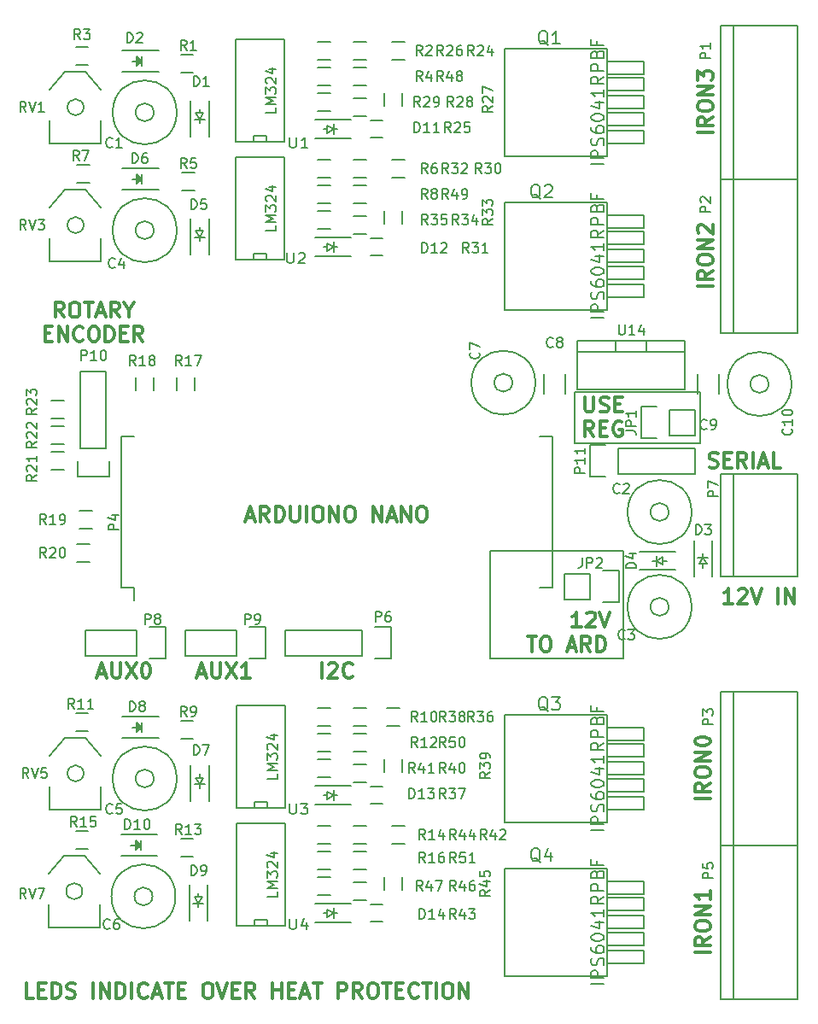
<source format=gto>
G04 #@! TF.FileFunction,Legend,Top*
%FSLAX46Y46*%
G04 Gerber Fmt 4.6, Leading zero omitted, Abs format (unit mm)*
G04 Created by KiCad (PCBNEW 4.0.2-4+6225~38~ubuntu14.04.1-stable) date sön 27 mar 2016 18:27:13*
%MOMM*%
G01*
G04 APERTURE LIST*
%ADD10C,0.100000*%
%ADD11C,0.300000*%
%ADD12C,0.200000*%
%ADD13C,0.150000*%
%ADD14C,0.127000*%
%ADD15C,0.203200*%
%ADD16C,0.152400*%
G04 APERTURE END LIST*
D10*
D11*
X118521428Y-162476571D02*
X117807142Y-162476571D01*
X117807142Y-160976571D01*
X119021428Y-161690857D02*
X119521428Y-161690857D01*
X119735714Y-162476571D02*
X119021428Y-162476571D01*
X119021428Y-160976571D01*
X119735714Y-160976571D01*
X120378571Y-162476571D02*
X120378571Y-160976571D01*
X120735714Y-160976571D01*
X120949999Y-161048000D01*
X121092857Y-161190857D01*
X121164285Y-161333714D01*
X121235714Y-161619429D01*
X121235714Y-161833714D01*
X121164285Y-162119429D01*
X121092857Y-162262286D01*
X120949999Y-162405143D01*
X120735714Y-162476571D01*
X120378571Y-162476571D01*
X121807142Y-162405143D02*
X122021428Y-162476571D01*
X122378571Y-162476571D01*
X122521428Y-162405143D01*
X122592857Y-162333714D01*
X122664285Y-162190857D01*
X122664285Y-162048000D01*
X122592857Y-161905143D01*
X122521428Y-161833714D01*
X122378571Y-161762286D01*
X122092857Y-161690857D01*
X121949999Y-161619429D01*
X121878571Y-161548000D01*
X121807142Y-161405143D01*
X121807142Y-161262286D01*
X121878571Y-161119429D01*
X121949999Y-161048000D01*
X122092857Y-160976571D01*
X122449999Y-160976571D01*
X122664285Y-161048000D01*
X124449999Y-162476571D02*
X124449999Y-160976571D01*
X125164285Y-162476571D02*
X125164285Y-160976571D01*
X126021428Y-162476571D01*
X126021428Y-160976571D01*
X126735714Y-162476571D02*
X126735714Y-160976571D01*
X127092857Y-160976571D01*
X127307142Y-161048000D01*
X127450000Y-161190857D01*
X127521428Y-161333714D01*
X127592857Y-161619429D01*
X127592857Y-161833714D01*
X127521428Y-162119429D01*
X127450000Y-162262286D01*
X127307142Y-162405143D01*
X127092857Y-162476571D01*
X126735714Y-162476571D01*
X128235714Y-162476571D02*
X128235714Y-160976571D01*
X129807143Y-162333714D02*
X129735714Y-162405143D01*
X129521428Y-162476571D01*
X129378571Y-162476571D01*
X129164286Y-162405143D01*
X129021428Y-162262286D01*
X128950000Y-162119429D01*
X128878571Y-161833714D01*
X128878571Y-161619429D01*
X128950000Y-161333714D01*
X129021428Y-161190857D01*
X129164286Y-161048000D01*
X129378571Y-160976571D01*
X129521428Y-160976571D01*
X129735714Y-161048000D01*
X129807143Y-161119429D01*
X130378571Y-162048000D02*
X131092857Y-162048000D01*
X130235714Y-162476571D02*
X130735714Y-160976571D01*
X131235714Y-162476571D01*
X131521428Y-160976571D02*
X132378571Y-160976571D01*
X131950000Y-162476571D02*
X131950000Y-160976571D01*
X132878571Y-161690857D02*
X133378571Y-161690857D01*
X133592857Y-162476571D02*
X132878571Y-162476571D01*
X132878571Y-160976571D01*
X133592857Y-160976571D01*
X135664285Y-160976571D02*
X135949999Y-160976571D01*
X136092857Y-161048000D01*
X136235714Y-161190857D01*
X136307142Y-161476571D01*
X136307142Y-161976571D01*
X136235714Y-162262286D01*
X136092857Y-162405143D01*
X135949999Y-162476571D01*
X135664285Y-162476571D01*
X135521428Y-162405143D01*
X135378571Y-162262286D01*
X135307142Y-161976571D01*
X135307142Y-161476571D01*
X135378571Y-161190857D01*
X135521428Y-161048000D01*
X135664285Y-160976571D01*
X136735714Y-160976571D02*
X137235714Y-162476571D01*
X137735714Y-160976571D01*
X138235714Y-161690857D02*
X138735714Y-161690857D01*
X138950000Y-162476571D02*
X138235714Y-162476571D01*
X138235714Y-160976571D01*
X138950000Y-160976571D01*
X140450000Y-162476571D02*
X139950000Y-161762286D01*
X139592857Y-162476571D02*
X139592857Y-160976571D01*
X140164285Y-160976571D01*
X140307143Y-161048000D01*
X140378571Y-161119429D01*
X140450000Y-161262286D01*
X140450000Y-161476571D01*
X140378571Y-161619429D01*
X140307143Y-161690857D01*
X140164285Y-161762286D01*
X139592857Y-161762286D01*
X142235714Y-162476571D02*
X142235714Y-160976571D01*
X142235714Y-161690857D02*
X143092857Y-161690857D01*
X143092857Y-162476571D02*
X143092857Y-160976571D01*
X143807143Y-161690857D02*
X144307143Y-161690857D01*
X144521429Y-162476571D02*
X143807143Y-162476571D01*
X143807143Y-160976571D01*
X144521429Y-160976571D01*
X145092857Y-162048000D02*
X145807143Y-162048000D01*
X144950000Y-162476571D02*
X145450000Y-160976571D01*
X145950000Y-162476571D01*
X146235714Y-160976571D02*
X147092857Y-160976571D01*
X146664286Y-162476571D02*
X146664286Y-160976571D01*
X148735714Y-162476571D02*
X148735714Y-160976571D01*
X149307142Y-160976571D01*
X149450000Y-161048000D01*
X149521428Y-161119429D01*
X149592857Y-161262286D01*
X149592857Y-161476571D01*
X149521428Y-161619429D01*
X149450000Y-161690857D01*
X149307142Y-161762286D01*
X148735714Y-161762286D01*
X151092857Y-162476571D02*
X150592857Y-161762286D01*
X150235714Y-162476571D02*
X150235714Y-160976571D01*
X150807142Y-160976571D01*
X150950000Y-161048000D01*
X151021428Y-161119429D01*
X151092857Y-161262286D01*
X151092857Y-161476571D01*
X151021428Y-161619429D01*
X150950000Y-161690857D01*
X150807142Y-161762286D01*
X150235714Y-161762286D01*
X152021428Y-160976571D02*
X152307142Y-160976571D01*
X152450000Y-161048000D01*
X152592857Y-161190857D01*
X152664285Y-161476571D01*
X152664285Y-161976571D01*
X152592857Y-162262286D01*
X152450000Y-162405143D01*
X152307142Y-162476571D01*
X152021428Y-162476571D01*
X151878571Y-162405143D01*
X151735714Y-162262286D01*
X151664285Y-161976571D01*
X151664285Y-161476571D01*
X151735714Y-161190857D01*
X151878571Y-161048000D01*
X152021428Y-160976571D01*
X153092857Y-160976571D02*
X153950000Y-160976571D01*
X153521429Y-162476571D02*
X153521429Y-160976571D01*
X154450000Y-161690857D02*
X154950000Y-161690857D01*
X155164286Y-162476571D02*
X154450000Y-162476571D01*
X154450000Y-160976571D01*
X155164286Y-160976571D01*
X156664286Y-162333714D02*
X156592857Y-162405143D01*
X156378571Y-162476571D01*
X156235714Y-162476571D01*
X156021429Y-162405143D01*
X155878571Y-162262286D01*
X155807143Y-162119429D01*
X155735714Y-161833714D01*
X155735714Y-161619429D01*
X155807143Y-161333714D01*
X155878571Y-161190857D01*
X156021429Y-161048000D01*
X156235714Y-160976571D01*
X156378571Y-160976571D01*
X156592857Y-161048000D01*
X156664286Y-161119429D01*
X157092857Y-160976571D02*
X157950000Y-160976571D01*
X157521429Y-162476571D02*
X157521429Y-160976571D01*
X158450000Y-162476571D02*
X158450000Y-160976571D01*
X159450000Y-160976571D02*
X159735714Y-160976571D01*
X159878572Y-161048000D01*
X160021429Y-161190857D01*
X160092857Y-161476571D01*
X160092857Y-161976571D01*
X160021429Y-162262286D01*
X159878572Y-162405143D01*
X159735714Y-162476571D01*
X159450000Y-162476571D01*
X159307143Y-162405143D01*
X159164286Y-162262286D01*
X159092857Y-161976571D01*
X159092857Y-161476571D01*
X159164286Y-161190857D01*
X159307143Y-161048000D01*
X159450000Y-160976571D01*
X160735715Y-162476571D02*
X160735715Y-160976571D01*
X161592858Y-162476571D01*
X161592858Y-160976571D01*
X185511714Y-109827143D02*
X185726000Y-109898571D01*
X186083143Y-109898571D01*
X186226000Y-109827143D01*
X186297429Y-109755714D01*
X186368857Y-109612857D01*
X186368857Y-109470000D01*
X186297429Y-109327143D01*
X186226000Y-109255714D01*
X186083143Y-109184286D01*
X185797429Y-109112857D01*
X185654571Y-109041429D01*
X185583143Y-108970000D01*
X185511714Y-108827143D01*
X185511714Y-108684286D01*
X185583143Y-108541429D01*
X185654571Y-108470000D01*
X185797429Y-108398571D01*
X186154571Y-108398571D01*
X186368857Y-108470000D01*
X187011714Y-109112857D02*
X187511714Y-109112857D01*
X187726000Y-109898571D02*
X187011714Y-109898571D01*
X187011714Y-108398571D01*
X187726000Y-108398571D01*
X189226000Y-109898571D02*
X188726000Y-109184286D01*
X188368857Y-109898571D02*
X188368857Y-108398571D01*
X188940285Y-108398571D01*
X189083143Y-108470000D01*
X189154571Y-108541429D01*
X189226000Y-108684286D01*
X189226000Y-108898571D01*
X189154571Y-109041429D01*
X189083143Y-109112857D01*
X188940285Y-109184286D01*
X188368857Y-109184286D01*
X189868857Y-109898571D02*
X189868857Y-108398571D01*
X190511714Y-109470000D02*
X191226000Y-109470000D01*
X190368857Y-109898571D02*
X190868857Y-108398571D01*
X191368857Y-109898571D01*
X192583143Y-109898571D02*
X191868857Y-109898571D01*
X191868857Y-108398571D01*
X121531429Y-94982571D02*
X121031429Y-94268286D01*
X120674286Y-94982571D02*
X120674286Y-93482571D01*
X121245714Y-93482571D01*
X121388572Y-93554000D01*
X121460000Y-93625429D01*
X121531429Y-93768286D01*
X121531429Y-93982571D01*
X121460000Y-94125429D01*
X121388572Y-94196857D01*
X121245714Y-94268286D01*
X120674286Y-94268286D01*
X122460000Y-93482571D02*
X122745714Y-93482571D01*
X122888572Y-93554000D01*
X123031429Y-93696857D01*
X123102857Y-93982571D01*
X123102857Y-94482571D01*
X123031429Y-94768286D01*
X122888572Y-94911143D01*
X122745714Y-94982571D01*
X122460000Y-94982571D01*
X122317143Y-94911143D01*
X122174286Y-94768286D01*
X122102857Y-94482571D01*
X122102857Y-93982571D01*
X122174286Y-93696857D01*
X122317143Y-93554000D01*
X122460000Y-93482571D01*
X123531429Y-93482571D02*
X124388572Y-93482571D01*
X123960001Y-94982571D02*
X123960001Y-93482571D01*
X124817143Y-94554000D02*
X125531429Y-94554000D01*
X124674286Y-94982571D02*
X125174286Y-93482571D01*
X125674286Y-94982571D01*
X127031429Y-94982571D02*
X126531429Y-94268286D01*
X126174286Y-94982571D02*
X126174286Y-93482571D01*
X126745714Y-93482571D01*
X126888572Y-93554000D01*
X126960000Y-93625429D01*
X127031429Y-93768286D01*
X127031429Y-93982571D01*
X126960000Y-94125429D01*
X126888572Y-94196857D01*
X126745714Y-94268286D01*
X126174286Y-94268286D01*
X127960000Y-94268286D02*
X127960000Y-94982571D01*
X127460000Y-93482571D02*
X127960000Y-94268286D01*
X128460000Y-93482571D01*
X119638571Y-96596857D02*
X120138571Y-96596857D01*
X120352857Y-97382571D02*
X119638571Y-97382571D01*
X119638571Y-95882571D01*
X120352857Y-95882571D01*
X120995714Y-97382571D02*
X120995714Y-95882571D01*
X121852857Y-97382571D01*
X121852857Y-95882571D01*
X123424286Y-97239714D02*
X123352857Y-97311143D01*
X123138571Y-97382571D01*
X122995714Y-97382571D01*
X122781429Y-97311143D01*
X122638571Y-97168286D01*
X122567143Y-97025429D01*
X122495714Y-96739714D01*
X122495714Y-96525429D01*
X122567143Y-96239714D01*
X122638571Y-96096857D01*
X122781429Y-95954000D01*
X122995714Y-95882571D01*
X123138571Y-95882571D01*
X123352857Y-95954000D01*
X123424286Y-96025429D01*
X124352857Y-95882571D02*
X124638571Y-95882571D01*
X124781429Y-95954000D01*
X124924286Y-96096857D01*
X124995714Y-96382571D01*
X124995714Y-96882571D01*
X124924286Y-97168286D01*
X124781429Y-97311143D01*
X124638571Y-97382571D01*
X124352857Y-97382571D01*
X124210000Y-97311143D01*
X124067143Y-97168286D01*
X123995714Y-96882571D01*
X123995714Y-96382571D01*
X124067143Y-96096857D01*
X124210000Y-95954000D01*
X124352857Y-95882571D01*
X125638572Y-97382571D02*
X125638572Y-95882571D01*
X125995715Y-95882571D01*
X126210000Y-95954000D01*
X126352858Y-96096857D01*
X126424286Y-96239714D01*
X126495715Y-96525429D01*
X126495715Y-96739714D01*
X126424286Y-97025429D01*
X126352858Y-97168286D01*
X126210000Y-97311143D01*
X125995715Y-97382571D01*
X125638572Y-97382571D01*
X127138572Y-96596857D02*
X127638572Y-96596857D01*
X127852858Y-97382571D02*
X127138572Y-97382571D01*
X127138572Y-95882571D01*
X127852858Y-95882571D01*
X129352858Y-97382571D02*
X128852858Y-96668286D01*
X128495715Y-97382571D02*
X128495715Y-95882571D01*
X129067143Y-95882571D01*
X129210001Y-95954000D01*
X129281429Y-96025429D01*
X129352858Y-96168286D01*
X129352858Y-96382571D01*
X129281429Y-96525429D01*
X129210001Y-96596857D01*
X129067143Y-96668286D01*
X128495715Y-96668286D01*
X124936572Y-130298000D02*
X125650858Y-130298000D01*
X124793715Y-130726571D02*
X125293715Y-129226571D01*
X125793715Y-130726571D01*
X126293715Y-129226571D02*
X126293715Y-130440857D01*
X126365143Y-130583714D01*
X126436572Y-130655143D01*
X126579429Y-130726571D01*
X126865143Y-130726571D01*
X127008001Y-130655143D01*
X127079429Y-130583714D01*
X127150858Y-130440857D01*
X127150858Y-129226571D01*
X127722287Y-129226571D02*
X128722287Y-130726571D01*
X128722287Y-129226571D02*
X127722287Y-130726571D01*
X129579429Y-129226571D02*
X129722286Y-129226571D01*
X129865143Y-129298000D01*
X129936572Y-129369429D01*
X130008001Y-129512286D01*
X130079429Y-129798000D01*
X130079429Y-130155143D01*
X130008001Y-130440857D01*
X129936572Y-130583714D01*
X129865143Y-130655143D01*
X129722286Y-130726571D01*
X129579429Y-130726571D01*
X129436572Y-130655143D01*
X129365143Y-130583714D01*
X129293715Y-130440857D01*
X129222286Y-130155143D01*
X129222286Y-129798000D01*
X129293715Y-129512286D01*
X129365143Y-129369429D01*
X129436572Y-129298000D01*
X129579429Y-129226571D01*
X134842572Y-130298000D02*
X135556858Y-130298000D01*
X134699715Y-130726571D02*
X135199715Y-129226571D01*
X135699715Y-130726571D01*
X136199715Y-129226571D02*
X136199715Y-130440857D01*
X136271143Y-130583714D01*
X136342572Y-130655143D01*
X136485429Y-130726571D01*
X136771143Y-130726571D01*
X136914001Y-130655143D01*
X136985429Y-130583714D01*
X137056858Y-130440857D01*
X137056858Y-129226571D01*
X137628287Y-129226571D02*
X138628287Y-130726571D01*
X138628287Y-129226571D02*
X137628287Y-130726571D01*
X139985429Y-130726571D02*
X139128286Y-130726571D01*
X139556858Y-130726571D02*
X139556858Y-129226571D01*
X139414001Y-129440857D01*
X139271143Y-129583714D01*
X139128286Y-129655143D01*
X147125715Y-130726571D02*
X147125715Y-129226571D01*
X147768572Y-129369429D02*
X147840001Y-129298000D01*
X147982858Y-129226571D01*
X148340001Y-129226571D01*
X148482858Y-129298000D01*
X148554287Y-129369429D01*
X148625715Y-129512286D01*
X148625715Y-129655143D01*
X148554287Y-129869429D01*
X147697144Y-130726571D01*
X148625715Y-130726571D01*
X150125715Y-130583714D02*
X150054286Y-130655143D01*
X149840000Y-130726571D01*
X149697143Y-130726571D01*
X149482858Y-130655143D01*
X149340000Y-130512286D01*
X149268572Y-130369429D01*
X149197143Y-130083714D01*
X149197143Y-129869429D01*
X149268572Y-129583714D01*
X149340000Y-129440857D01*
X149482858Y-129298000D01*
X149697143Y-129226571D01*
X149840000Y-129226571D01*
X150054286Y-129298000D01*
X150125715Y-129369429D01*
D12*
X163830000Y-118110000D02*
X163830000Y-118618000D01*
X177038000Y-118110000D02*
X163830000Y-118110000D01*
X177038000Y-128778000D02*
X177038000Y-118110000D01*
X163830000Y-128778000D02*
X177038000Y-128778000D01*
X163830000Y-118364000D02*
X163830000Y-128778000D01*
D11*
X172807143Y-125716571D02*
X171950000Y-125716571D01*
X172378572Y-125716571D02*
X172378572Y-124216571D01*
X172235715Y-124430857D01*
X172092857Y-124573714D01*
X171950000Y-124645143D01*
X173378571Y-124359429D02*
X173450000Y-124288000D01*
X173592857Y-124216571D01*
X173950000Y-124216571D01*
X174092857Y-124288000D01*
X174164286Y-124359429D01*
X174235714Y-124502286D01*
X174235714Y-124645143D01*
X174164286Y-124859429D01*
X173307143Y-125716571D01*
X174235714Y-125716571D01*
X174664285Y-124216571D02*
X175164285Y-125716571D01*
X175664285Y-124216571D01*
X167521429Y-126616571D02*
X168378572Y-126616571D01*
X167950001Y-128116571D02*
X167950001Y-126616571D01*
X169164286Y-126616571D02*
X169450000Y-126616571D01*
X169592858Y-126688000D01*
X169735715Y-126830857D01*
X169807143Y-127116571D01*
X169807143Y-127616571D01*
X169735715Y-127902286D01*
X169592858Y-128045143D01*
X169450000Y-128116571D01*
X169164286Y-128116571D01*
X169021429Y-128045143D01*
X168878572Y-127902286D01*
X168807143Y-127616571D01*
X168807143Y-127116571D01*
X168878572Y-126830857D01*
X169021429Y-126688000D01*
X169164286Y-126616571D01*
X171521429Y-127688000D02*
X172235715Y-127688000D01*
X171378572Y-128116571D02*
X171878572Y-126616571D01*
X172378572Y-128116571D01*
X173735715Y-128116571D02*
X173235715Y-127402286D01*
X172878572Y-128116571D02*
X172878572Y-126616571D01*
X173450000Y-126616571D01*
X173592858Y-126688000D01*
X173664286Y-126759429D01*
X173735715Y-126902286D01*
X173735715Y-127116571D01*
X173664286Y-127259429D01*
X173592858Y-127330857D01*
X173450000Y-127402286D01*
X172878572Y-127402286D01*
X174378572Y-128116571D02*
X174378572Y-126616571D01*
X174735715Y-126616571D01*
X174950000Y-126688000D01*
X175092858Y-126830857D01*
X175164286Y-126973714D01*
X175235715Y-127259429D01*
X175235715Y-127473714D01*
X175164286Y-127759429D01*
X175092858Y-127902286D01*
X174950000Y-128045143D01*
X174735715Y-128116571D01*
X174378572Y-128116571D01*
D12*
X172212000Y-107442000D02*
X172212000Y-102362000D01*
X184658000Y-107442000D02*
X172212000Y-107442000D01*
X184658000Y-102362000D02*
X184658000Y-107442000D01*
X172212000Y-102362000D02*
X184658000Y-102362000D01*
D11*
X173184572Y-102880571D02*
X173184572Y-104094857D01*
X173256000Y-104237714D01*
X173327429Y-104309143D01*
X173470286Y-104380571D01*
X173756000Y-104380571D01*
X173898858Y-104309143D01*
X173970286Y-104237714D01*
X174041715Y-104094857D01*
X174041715Y-102880571D01*
X174684572Y-104309143D02*
X174898858Y-104380571D01*
X175256001Y-104380571D01*
X175398858Y-104309143D01*
X175470287Y-104237714D01*
X175541715Y-104094857D01*
X175541715Y-103952000D01*
X175470287Y-103809143D01*
X175398858Y-103737714D01*
X175256001Y-103666286D01*
X174970287Y-103594857D01*
X174827429Y-103523429D01*
X174756001Y-103452000D01*
X174684572Y-103309143D01*
X174684572Y-103166286D01*
X174756001Y-103023429D01*
X174827429Y-102952000D01*
X174970287Y-102880571D01*
X175327429Y-102880571D01*
X175541715Y-102952000D01*
X176184572Y-103594857D02*
X176684572Y-103594857D01*
X176898858Y-104380571D02*
X176184572Y-104380571D01*
X176184572Y-102880571D01*
X176898858Y-102880571D01*
X174041715Y-106780571D02*
X173541715Y-106066286D01*
X173184572Y-106780571D02*
X173184572Y-105280571D01*
X173756000Y-105280571D01*
X173898858Y-105352000D01*
X173970286Y-105423429D01*
X174041715Y-105566286D01*
X174041715Y-105780571D01*
X173970286Y-105923429D01*
X173898858Y-105994857D01*
X173756000Y-106066286D01*
X173184572Y-106066286D01*
X174684572Y-105994857D02*
X175184572Y-105994857D01*
X175398858Y-106780571D02*
X174684572Y-106780571D01*
X174684572Y-105280571D01*
X175398858Y-105280571D01*
X176827429Y-105352000D02*
X176684572Y-105280571D01*
X176470286Y-105280571D01*
X176256001Y-105352000D01*
X176113143Y-105494857D01*
X176041715Y-105637714D01*
X175970286Y-105923429D01*
X175970286Y-106137714D01*
X176041715Y-106423429D01*
X176113143Y-106566286D01*
X176256001Y-106709143D01*
X176470286Y-106780571D01*
X176613143Y-106780571D01*
X176827429Y-106709143D01*
X176898858Y-106637714D01*
X176898858Y-106137714D01*
X176613143Y-106137714D01*
X139661427Y-114804000D02*
X140375713Y-114804000D01*
X139518570Y-115232571D02*
X140018570Y-113732571D01*
X140518570Y-115232571D01*
X141875713Y-115232571D02*
X141375713Y-114518286D01*
X141018570Y-115232571D02*
X141018570Y-113732571D01*
X141589998Y-113732571D01*
X141732856Y-113804000D01*
X141804284Y-113875429D01*
X141875713Y-114018286D01*
X141875713Y-114232571D01*
X141804284Y-114375429D01*
X141732856Y-114446857D01*
X141589998Y-114518286D01*
X141018570Y-114518286D01*
X142518570Y-115232571D02*
X142518570Y-113732571D01*
X142875713Y-113732571D01*
X143089998Y-113804000D01*
X143232856Y-113946857D01*
X143304284Y-114089714D01*
X143375713Y-114375429D01*
X143375713Y-114589714D01*
X143304284Y-114875429D01*
X143232856Y-115018286D01*
X143089998Y-115161143D01*
X142875713Y-115232571D01*
X142518570Y-115232571D01*
X144018570Y-113732571D02*
X144018570Y-114946857D01*
X144089998Y-115089714D01*
X144161427Y-115161143D01*
X144304284Y-115232571D01*
X144589998Y-115232571D01*
X144732856Y-115161143D01*
X144804284Y-115089714D01*
X144875713Y-114946857D01*
X144875713Y-113732571D01*
X145589999Y-115232571D02*
X145589999Y-113732571D01*
X146589999Y-113732571D02*
X146875713Y-113732571D01*
X147018571Y-113804000D01*
X147161428Y-113946857D01*
X147232856Y-114232571D01*
X147232856Y-114732571D01*
X147161428Y-115018286D01*
X147018571Y-115161143D01*
X146875713Y-115232571D01*
X146589999Y-115232571D01*
X146447142Y-115161143D01*
X146304285Y-115018286D01*
X146232856Y-114732571D01*
X146232856Y-114232571D01*
X146304285Y-113946857D01*
X146447142Y-113804000D01*
X146589999Y-113732571D01*
X147875714Y-115232571D02*
X147875714Y-113732571D01*
X148732857Y-115232571D01*
X148732857Y-113732571D01*
X149732857Y-113732571D02*
X150018571Y-113732571D01*
X150161429Y-113804000D01*
X150304286Y-113946857D01*
X150375714Y-114232571D01*
X150375714Y-114732571D01*
X150304286Y-115018286D01*
X150161429Y-115161143D01*
X150018571Y-115232571D01*
X149732857Y-115232571D01*
X149590000Y-115161143D01*
X149447143Y-115018286D01*
X149375714Y-114732571D01*
X149375714Y-114232571D01*
X149447143Y-113946857D01*
X149590000Y-113804000D01*
X149732857Y-113732571D01*
X152161429Y-115232571D02*
X152161429Y-113732571D01*
X153018572Y-115232571D01*
X153018572Y-113732571D01*
X153661429Y-114804000D02*
X154375715Y-114804000D01*
X153518572Y-115232571D02*
X154018572Y-113732571D01*
X154518572Y-115232571D01*
X155018572Y-115232571D02*
X155018572Y-113732571D01*
X155875715Y-115232571D01*
X155875715Y-113732571D01*
X156875715Y-113732571D02*
X157161429Y-113732571D01*
X157304287Y-113804000D01*
X157447144Y-113946857D01*
X157518572Y-114232571D01*
X157518572Y-114732571D01*
X157447144Y-115018286D01*
X157304287Y-115161143D01*
X157161429Y-115232571D01*
X156875715Y-115232571D01*
X156732858Y-115161143D01*
X156590001Y-115018286D01*
X156518572Y-114732571D01*
X156518572Y-114232571D01*
X156590001Y-113946857D01*
X156732858Y-113804000D01*
X156875715Y-113732571D01*
X187857143Y-123360571D02*
X187000000Y-123360571D01*
X187428572Y-123360571D02*
X187428572Y-121860571D01*
X187285715Y-122074857D01*
X187142857Y-122217714D01*
X187000000Y-122289143D01*
X188428571Y-122003429D02*
X188500000Y-121932000D01*
X188642857Y-121860571D01*
X189000000Y-121860571D01*
X189142857Y-121932000D01*
X189214286Y-122003429D01*
X189285714Y-122146286D01*
X189285714Y-122289143D01*
X189214286Y-122503429D01*
X188357143Y-123360571D01*
X189285714Y-123360571D01*
X189714285Y-121860571D02*
X190214285Y-123360571D01*
X190714285Y-121860571D01*
X192357142Y-123360571D02*
X192357142Y-121860571D01*
X193071428Y-123360571D02*
X193071428Y-121860571D01*
X193928571Y-123360571D01*
X193928571Y-121860571D01*
X185844571Y-76695714D02*
X184344571Y-76695714D01*
X185844571Y-75124285D02*
X185130286Y-75624285D01*
X185844571Y-75981428D02*
X184344571Y-75981428D01*
X184344571Y-75410000D01*
X184416000Y-75267142D01*
X184487429Y-75195714D01*
X184630286Y-75124285D01*
X184844571Y-75124285D01*
X184987429Y-75195714D01*
X185058857Y-75267142D01*
X185130286Y-75410000D01*
X185130286Y-75981428D01*
X184344571Y-74195714D02*
X184344571Y-73910000D01*
X184416000Y-73767142D01*
X184558857Y-73624285D01*
X184844571Y-73552857D01*
X185344571Y-73552857D01*
X185630286Y-73624285D01*
X185773143Y-73767142D01*
X185844571Y-73910000D01*
X185844571Y-74195714D01*
X185773143Y-74338571D01*
X185630286Y-74481428D01*
X185344571Y-74552857D01*
X184844571Y-74552857D01*
X184558857Y-74481428D01*
X184416000Y-74338571D01*
X184344571Y-74195714D01*
X185844571Y-72909999D02*
X184344571Y-72909999D01*
X185844571Y-72052856D01*
X184344571Y-72052856D01*
X184344571Y-71481427D02*
X184344571Y-70552856D01*
X184916000Y-71052856D01*
X184916000Y-70838570D01*
X184987429Y-70695713D01*
X185058857Y-70624284D01*
X185201714Y-70552856D01*
X185558857Y-70552856D01*
X185701714Y-70624284D01*
X185773143Y-70695713D01*
X185844571Y-70838570D01*
X185844571Y-71267142D01*
X185773143Y-71409999D01*
X185701714Y-71481427D01*
X185844571Y-91935714D02*
X184344571Y-91935714D01*
X185844571Y-90364285D02*
X185130286Y-90864285D01*
X185844571Y-91221428D02*
X184344571Y-91221428D01*
X184344571Y-90650000D01*
X184416000Y-90507142D01*
X184487429Y-90435714D01*
X184630286Y-90364285D01*
X184844571Y-90364285D01*
X184987429Y-90435714D01*
X185058857Y-90507142D01*
X185130286Y-90650000D01*
X185130286Y-91221428D01*
X184344571Y-89435714D02*
X184344571Y-89150000D01*
X184416000Y-89007142D01*
X184558857Y-88864285D01*
X184844571Y-88792857D01*
X185344571Y-88792857D01*
X185630286Y-88864285D01*
X185773143Y-89007142D01*
X185844571Y-89150000D01*
X185844571Y-89435714D01*
X185773143Y-89578571D01*
X185630286Y-89721428D01*
X185344571Y-89792857D01*
X184844571Y-89792857D01*
X184558857Y-89721428D01*
X184416000Y-89578571D01*
X184344571Y-89435714D01*
X185844571Y-88149999D02*
X184344571Y-88149999D01*
X185844571Y-87292856D01*
X184344571Y-87292856D01*
X184487429Y-86649999D02*
X184416000Y-86578570D01*
X184344571Y-86435713D01*
X184344571Y-86078570D01*
X184416000Y-85935713D01*
X184487429Y-85864284D01*
X184630286Y-85792856D01*
X184773143Y-85792856D01*
X184987429Y-85864284D01*
X185844571Y-86721427D01*
X185844571Y-85792856D01*
X185590571Y-157975714D02*
X184090571Y-157975714D01*
X185590571Y-156404285D02*
X184876286Y-156904285D01*
X185590571Y-157261428D02*
X184090571Y-157261428D01*
X184090571Y-156690000D01*
X184162000Y-156547142D01*
X184233429Y-156475714D01*
X184376286Y-156404285D01*
X184590571Y-156404285D01*
X184733429Y-156475714D01*
X184804857Y-156547142D01*
X184876286Y-156690000D01*
X184876286Y-157261428D01*
X184090571Y-155475714D02*
X184090571Y-155190000D01*
X184162000Y-155047142D01*
X184304857Y-154904285D01*
X184590571Y-154832857D01*
X185090571Y-154832857D01*
X185376286Y-154904285D01*
X185519143Y-155047142D01*
X185590571Y-155190000D01*
X185590571Y-155475714D01*
X185519143Y-155618571D01*
X185376286Y-155761428D01*
X185090571Y-155832857D01*
X184590571Y-155832857D01*
X184304857Y-155761428D01*
X184162000Y-155618571D01*
X184090571Y-155475714D01*
X185590571Y-154189999D02*
X184090571Y-154189999D01*
X185590571Y-153332856D01*
X184090571Y-153332856D01*
X185590571Y-151832856D02*
X185590571Y-152689999D01*
X185590571Y-152261427D02*
X184090571Y-152261427D01*
X184304857Y-152404284D01*
X184447714Y-152547142D01*
X184519143Y-152689999D01*
X185590571Y-142735714D02*
X184090571Y-142735714D01*
X185590571Y-141164285D02*
X184876286Y-141664285D01*
X185590571Y-142021428D02*
X184090571Y-142021428D01*
X184090571Y-141450000D01*
X184162000Y-141307142D01*
X184233429Y-141235714D01*
X184376286Y-141164285D01*
X184590571Y-141164285D01*
X184733429Y-141235714D01*
X184804857Y-141307142D01*
X184876286Y-141450000D01*
X184876286Y-142021428D01*
X184090571Y-140235714D02*
X184090571Y-139950000D01*
X184162000Y-139807142D01*
X184304857Y-139664285D01*
X184590571Y-139592857D01*
X185090571Y-139592857D01*
X185376286Y-139664285D01*
X185519143Y-139807142D01*
X185590571Y-139950000D01*
X185590571Y-140235714D01*
X185519143Y-140378571D01*
X185376286Y-140521428D01*
X185090571Y-140592857D01*
X184590571Y-140592857D01*
X184304857Y-140521428D01*
X184162000Y-140378571D01*
X184090571Y-140235714D01*
X185590571Y-138949999D02*
X184090571Y-138949999D01*
X185590571Y-138092856D01*
X184090571Y-138092856D01*
X184090571Y-137092856D02*
X184090571Y-136949999D01*
X184162000Y-136807142D01*
X184233429Y-136735713D01*
X184376286Y-136664284D01*
X184662000Y-136592856D01*
X185019143Y-136592856D01*
X185304857Y-136664284D01*
X185447714Y-136735713D01*
X185519143Y-136807142D01*
X185590571Y-136949999D01*
X185590571Y-137092856D01*
X185519143Y-137235713D01*
X185447714Y-137307142D01*
X185304857Y-137378570D01*
X185019143Y-137449999D01*
X184662000Y-137449999D01*
X184376286Y-137378570D01*
X184233429Y-137307142D01*
X184162000Y-137235713D01*
X184090571Y-137092856D01*
D13*
X183769000Y-123698000D02*
G75*
G03X183769000Y-123698000I-3175000J0D01*
G01*
X181492026Y-123698000D02*
G75*
G03X181492026Y-123698000I-898026J0D01*
G01*
X183769000Y-114300000D02*
G75*
G03X183769000Y-114300000I-3175000J0D01*
G01*
X181492026Y-114300000D02*
G75*
G03X181492026Y-114300000I-898026J0D01*
G01*
X171205000Y-102600000D02*
X171205000Y-100600000D01*
X169155000Y-100600000D02*
X169155000Y-102600000D01*
X186445000Y-102600000D02*
X186445000Y-100600000D01*
X184395000Y-100600000D02*
X184395000Y-102600000D01*
X130928000Y-68546000D02*
X127328000Y-68546000D01*
X130928000Y-70646000D02*
X127328000Y-70646000D01*
X128878000Y-69896000D02*
X128878000Y-69296000D01*
X128878000Y-69296000D02*
X129178000Y-69596000D01*
X129178000Y-69596000D02*
X128978000Y-69796000D01*
X128978000Y-69796000D02*
X128978000Y-69546000D01*
X128978000Y-69546000D02*
X129028000Y-69596000D01*
X129278000Y-70096000D02*
X129278000Y-69096000D01*
X128778000Y-69596000D02*
X128278000Y-69596000D01*
X129278000Y-69596000D02*
X128778000Y-70096000D01*
X128778000Y-70096000D02*
X128778000Y-69096000D01*
X128778000Y-69096000D02*
X129278000Y-69596000D01*
X130928000Y-80230000D02*
X127328000Y-80230000D01*
X130928000Y-82330000D02*
X127328000Y-82330000D01*
X128878000Y-81580000D02*
X128878000Y-80980000D01*
X128878000Y-80980000D02*
X129178000Y-81280000D01*
X129178000Y-81280000D02*
X128978000Y-81480000D01*
X128978000Y-81480000D02*
X128978000Y-81230000D01*
X128978000Y-81230000D02*
X129028000Y-81280000D01*
X129278000Y-81780000D02*
X129278000Y-80780000D01*
X128778000Y-81280000D02*
X128278000Y-81280000D01*
X129278000Y-81280000D02*
X128778000Y-81780000D01*
X128778000Y-81780000D02*
X128778000Y-80780000D01*
X128778000Y-80780000D02*
X129278000Y-81280000D01*
X130928000Y-134586000D02*
X127328000Y-134586000D01*
X130928000Y-136686000D02*
X127328000Y-136686000D01*
X128878000Y-135936000D02*
X128878000Y-135336000D01*
X128878000Y-135336000D02*
X129178000Y-135636000D01*
X129178000Y-135636000D02*
X128978000Y-135836000D01*
X128978000Y-135836000D02*
X128978000Y-135586000D01*
X128978000Y-135586000D02*
X129028000Y-135636000D01*
X129278000Y-136136000D02*
X129278000Y-135136000D01*
X128778000Y-135636000D02*
X128278000Y-135636000D01*
X129278000Y-135636000D02*
X128778000Y-136136000D01*
X128778000Y-136136000D02*
X128778000Y-135136000D01*
X128778000Y-135136000D02*
X129278000Y-135636000D01*
X130801000Y-146270000D02*
X127201000Y-146270000D01*
X130801000Y-148370000D02*
X127201000Y-148370000D01*
X128751000Y-147620000D02*
X128751000Y-147020000D01*
X128751000Y-147020000D02*
X129051000Y-147320000D01*
X129051000Y-147320000D02*
X128851000Y-147520000D01*
X128851000Y-147520000D02*
X128851000Y-147270000D01*
X128851000Y-147270000D02*
X128901000Y-147320000D01*
X129151000Y-147820000D02*
X129151000Y-146820000D01*
X128651000Y-147320000D02*
X128151000Y-147320000D01*
X129151000Y-147320000D02*
X128651000Y-147820000D01*
X128651000Y-147820000D02*
X128651000Y-146820000D01*
X128651000Y-146820000D02*
X129151000Y-147320000D01*
X181610000Y-104140000D02*
X184150000Y-104140000D01*
X178790000Y-103860000D02*
X180340000Y-103860000D01*
X181610000Y-104140000D02*
X181610000Y-106680000D01*
X180340000Y-106960000D02*
X178790000Y-106960000D01*
X178790000Y-106960000D02*
X178790000Y-103860000D01*
X181610000Y-106680000D02*
X184150000Y-106680000D01*
X184150000Y-106680000D02*
X184150000Y-104140000D01*
X173736000Y-122936000D02*
X171196000Y-122936000D01*
X176556000Y-123216000D02*
X175006000Y-123216000D01*
X173736000Y-122936000D02*
X173736000Y-120396000D01*
X175006000Y-120116000D02*
X176556000Y-120116000D01*
X176556000Y-120116000D02*
X176556000Y-123216000D01*
X173736000Y-120396000D02*
X171196000Y-120396000D01*
X171196000Y-120396000D02*
X171196000Y-122936000D01*
X186690000Y-66040000D02*
X194310000Y-66040000D01*
X186690000Y-81280000D02*
X194310000Y-81280000D01*
X187960000Y-66040000D02*
X187960000Y-81280000D01*
X194310000Y-66040000D02*
X194310000Y-81280000D01*
X186690000Y-66040000D02*
X186690000Y-81280000D01*
X186690000Y-81280000D02*
X194310000Y-81280000D01*
X186690000Y-96520000D02*
X194310000Y-96520000D01*
X187960000Y-81280000D02*
X187960000Y-96520000D01*
X194310000Y-81280000D02*
X194310000Y-96520000D01*
X186690000Y-81280000D02*
X186690000Y-96520000D01*
X186690000Y-132080000D02*
X194310000Y-132080000D01*
X186690000Y-147320000D02*
X194310000Y-147320000D01*
X187960000Y-132080000D02*
X187960000Y-147320000D01*
X194310000Y-132080000D02*
X194310000Y-147320000D01*
X186690000Y-132080000D02*
X186690000Y-147320000D01*
X127245000Y-121785000D02*
X128515000Y-121785000D01*
X127245000Y-106815000D02*
X128515000Y-106815000D01*
X169935000Y-106815000D02*
X168665000Y-106815000D01*
X169935000Y-121785000D02*
X168665000Y-121785000D01*
X127245000Y-121785000D02*
X127245000Y-106815000D01*
X169935000Y-121785000D02*
X169935000Y-106815000D01*
X128515000Y-121785000D02*
X128515000Y-123070000D01*
X186690000Y-147320000D02*
X194310000Y-147320000D01*
X186690000Y-162560000D02*
X194310000Y-162560000D01*
X187960000Y-147320000D02*
X187960000Y-162560000D01*
X194310000Y-147320000D02*
X194310000Y-162560000D01*
X186690000Y-147320000D02*
X186690000Y-162560000D01*
X151130000Y-125984000D02*
X143510000Y-125984000D01*
X151130000Y-128524000D02*
X143510000Y-128524000D01*
X153950000Y-128804000D02*
X152400000Y-128804000D01*
X143510000Y-125984000D02*
X143510000Y-128524000D01*
X151130000Y-128524000D02*
X151130000Y-125984000D01*
X152400000Y-125704000D02*
X153950000Y-125704000D01*
X153950000Y-125704000D02*
X153950000Y-128804000D01*
X128778000Y-125984000D02*
X123698000Y-125984000D01*
X123698000Y-125984000D02*
X123698000Y-128524000D01*
X123698000Y-128524000D02*
X128778000Y-128524000D01*
X131598000Y-128804000D02*
X130048000Y-128804000D01*
X128778000Y-128524000D02*
X128778000Y-125984000D01*
X130048000Y-125704000D02*
X131598000Y-125704000D01*
X131598000Y-125704000D02*
X131598000Y-128804000D01*
X138684000Y-125984000D02*
X133604000Y-125984000D01*
X133604000Y-125984000D02*
X133604000Y-128524000D01*
X133604000Y-128524000D02*
X138684000Y-128524000D01*
X141504000Y-128804000D02*
X139954000Y-128804000D01*
X138684000Y-128524000D02*
X138684000Y-125984000D01*
X139954000Y-125704000D02*
X141504000Y-125704000D01*
X141504000Y-125704000D02*
X141504000Y-128804000D01*
X125730000Y-107950000D02*
X125730000Y-100330000D01*
X123190000Y-107950000D02*
X123190000Y-100330000D01*
X122910000Y-110770000D02*
X122910000Y-109220000D01*
X125730000Y-100330000D02*
X123190000Y-100330000D01*
X123190000Y-107950000D02*
X125730000Y-107950000D01*
X126010000Y-109220000D02*
X126010000Y-110770000D01*
X126010000Y-110770000D02*
X122910000Y-110770000D01*
X176530000Y-110490000D02*
X184150000Y-110490000D01*
X176530000Y-107950000D02*
X184150000Y-107950000D01*
X173710000Y-107670000D02*
X175260000Y-107670000D01*
X184150000Y-110490000D02*
X184150000Y-107950000D01*
X176530000Y-107950000D02*
X176530000Y-110490000D01*
X175260000Y-110770000D02*
X173710000Y-110770000D01*
X173710000Y-110770000D02*
X173710000Y-107670000D01*
X176276000Y-97282000D02*
X176276000Y-98425000D01*
X179324000Y-97282000D02*
X179324000Y-98425000D01*
X183134000Y-98425000D02*
X183134000Y-102108000D01*
X183134000Y-102108000D02*
X172466000Y-102108000D01*
X172466000Y-102108000D02*
X172466000Y-98425000D01*
X183134000Y-97282000D02*
X183134000Y-98425000D01*
X183134000Y-98425000D02*
X172466000Y-98425000D01*
X172466000Y-98425000D02*
X172466000Y-97282000D01*
X177800000Y-97282000D02*
X172466000Y-97282000D01*
X177800000Y-97282000D02*
X183134000Y-97282000D01*
X132715000Y-74676000D02*
G75*
G03X132715000Y-74676000I-3175000J0D01*
G01*
X130438026Y-74676000D02*
G75*
G03X130438026Y-74676000I-898026J0D01*
G01*
X132715000Y-86360000D02*
G75*
G03X132715000Y-86360000I-3175000J0D01*
G01*
X130438026Y-86360000D02*
G75*
G03X130438026Y-86360000I-898026J0D01*
G01*
X132715000Y-140716000D02*
G75*
G03X132715000Y-140716000I-3175000J0D01*
G01*
X130438026Y-140716000D02*
G75*
G03X130438026Y-140716000I-898026J0D01*
G01*
X132588000Y-152400000D02*
G75*
G03X132588000Y-152400000I-3175000J0D01*
G01*
X130311026Y-152400000D02*
G75*
G03X130311026Y-152400000I-898026J0D01*
G01*
X168275000Y-101473000D02*
G75*
G03X168275000Y-101473000I-3175000J0D01*
G01*
X165998026Y-101473000D02*
G75*
G03X165998026Y-101473000I-898026J0D01*
G01*
X193675000Y-101600000D02*
G75*
G03X193675000Y-101600000I-3175000J0D01*
G01*
X191398026Y-101600000D02*
G75*
G03X191398026Y-101600000I-898026J0D01*
G01*
D14*
X175387000Y-70866000D02*
X179070000Y-70866000D01*
X179070000Y-70866000D02*
X179070000Y-69596000D01*
X179070000Y-69596000D02*
X175387000Y-69596000D01*
X175387000Y-72517000D02*
X179070000Y-72517000D01*
X179070000Y-72517000D02*
X179070000Y-71247000D01*
X179070000Y-71247000D02*
X175387000Y-71247000D01*
X175387000Y-74295000D02*
X179070000Y-74295000D01*
X179070000Y-74295000D02*
X179070000Y-73025000D01*
X179070000Y-73025000D02*
X175387000Y-73025000D01*
X175387000Y-75946000D02*
X179070000Y-75946000D01*
X179070000Y-75946000D02*
X179070000Y-74803000D01*
X179070000Y-74803000D02*
X179070000Y-74676000D01*
X179070000Y-74676000D02*
X175387000Y-74676000D01*
X175387000Y-77724000D02*
X179070000Y-77724000D01*
X179070000Y-77724000D02*
X179070000Y-76454000D01*
X179070000Y-76454000D02*
X175387000Y-76454000D01*
X175387000Y-78994000D02*
X175387000Y-68326000D01*
X175387000Y-68326000D02*
X165227000Y-68326000D01*
X165227000Y-68326000D02*
X165227000Y-78994000D01*
X165227000Y-78994000D02*
X175387000Y-78994000D01*
X175387000Y-86106000D02*
X179070000Y-86106000D01*
X179070000Y-86106000D02*
X179070000Y-84836000D01*
X179070000Y-84836000D02*
X175387000Y-84836000D01*
X175387000Y-87757000D02*
X179070000Y-87757000D01*
X179070000Y-87757000D02*
X179070000Y-86487000D01*
X179070000Y-86487000D02*
X175387000Y-86487000D01*
X175387000Y-89535000D02*
X179070000Y-89535000D01*
X179070000Y-89535000D02*
X179070000Y-88265000D01*
X179070000Y-88265000D02*
X175387000Y-88265000D01*
X175387000Y-91186000D02*
X179070000Y-91186000D01*
X179070000Y-91186000D02*
X179070000Y-90043000D01*
X179070000Y-90043000D02*
X179070000Y-89916000D01*
X179070000Y-89916000D02*
X175387000Y-89916000D01*
X175387000Y-92964000D02*
X179070000Y-92964000D01*
X179070000Y-92964000D02*
X179070000Y-91694000D01*
X179070000Y-91694000D02*
X175387000Y-91694000D01*
X175387000Y-94234000D02*
X175387000Y-83566000D01*
X175387000Y-83566000D02*
X165227000Y-83566000D01*
X165227000Y-83566000D02*
X165227000Y-94234000D01*
X165227000Y-94234000D02*
X175387000Y-94234000D01*
X175387000Y-136906000D02*
X179070000Y-136906000D01*
X179070000Y-136906000D02*
X179070000Y-135636000D01*
X179070000Y-135636000D02*
X175387000Y-135636000D01*
X175387000Y-138557000D02*
X179070000Y-138557000D01*
X179070000Y-138557000D02*
X179070000Y-137287000D01*
X179070000Y-137287000D02*
X175387000Y-137287000D01*
X175387000Y-140335000D02*
X179070000Y-140335000D01*
X179070000Y-140335000D02*
X179070000Y-139065000D01*
X179070000Y-139065000D02*
X175387000Y-139065000D01*
X175387000Y-141986000D02*
X179070000Y-141986000D01*
X179070000Y-141986000D02*
X179070000Y-140843000D01*
X179070000Y-140843000D02*
X179070000Y-140716000D01*
X179070000Y-140716000D02*
X175387000Y-140716000D01*
X175387000Y-143764000D02*
X179070000Y-143764000D01*
X179070000Y-143764000D02*
X179070000Y-142494000D01*
X179070000Y-142494000D02*
X175387000Y-142494000D01*
X175387000Y-145034000D02*
X175387000Y-134366000D01*
X175387000Y-134366000D02*
X165227000Y-134366000D01*
X165227000Y-134366000D02*
X165227000Y-145034000D01*
X165227000Y-145034000D02*
X175387000Y-145034000D01*
X175387000Y-152146000D02*
X179070000Y-152146000D01*
X179070000Y-152146000D02*
X179070000Y-150876000D01*
X179070000Y-150876000D02*
X175387000Y-150876000D01*
X175387000Y-153797000D02*
X179070000Y-153797000D01*
X179070000Y-153797000D02*
X179070000Y-152527000D01*
X179070000Y-152527000D02*
X175387000Y-152527000D01*
X175387000Y-155575000D02*
X179070000Y-155575000D01*
X179070000Y-155575000D02*
X179070000Y-154305000D01*
X179070000Y-154305000D02*
X175387000Y-154305000D01*
X175387000Y-157226000D02*
X179070000Y-157226000D01*
X179070000Y-157226000D02*
X179070000Y-156083000D01*
X179070000Y-156083000D02*
X179070000Y-155956000D01*
X179070000Y-155956000D02*
X175387000Y-155956000D01*
X175387000Y-159004000D02*
X179070000Y-159004000D01*
X179070000Y-159004000D02*
X179070000Y-157734000D01*
X179070000Y-157734000D02*
X175387000Y-157734000D01*
X175387000Y-160274000D02*
X175387000Y-149606000D01*
X175387000Y-149606000D02*
X165227000Y-149606000D01*
X165227000Y-149606000D02*
X165227000Y-160274000D01*
X165227000Y-160274000D02*
X175387000Y-160274000D01*
D13*
X187960000Y-120650000D02*
X187960000Y-110490000D01*
X186690000Y-120650000D02*
X194310000Y-120650000D01*
X194310000Y-120650000D02*
X194310000Y-110490000D01*
X194310000Y-110490000D02*
X186690000Y-110490000D01*
X186690000Y-110490000D02*
X186690000Y-120650000D01*
X120142000Y-75438000D02*
X120142000Y-77724000D01*
X120142000Y-77724000D02*
X125222000Y-77724000D01*
X125222000Y-77724000D02*
X125222000Y-75438000D01*
X120142000Y-72390000D02*
X121666000Y-70612000D01*
X121666000Y-70612000D02*
X123698000Y-70612000D01*
X123698000Y-70612000D02*
X125222000Y-72390000D01*
X123485219Y-74168000D02*
G75*
G03X123485219Y-74168000I-803219J0D01*
G01*
X120142000Y-87122000D02*
X120142000Y-89408000D01*
X120142000Y-89408000D02*
X125222000Y-89408000D01*
X125222000Y-89408000D02*
X125222000Y-87122000D01*
X120142000Y-84074000D02*
X121666000Y-82296000D01*
X121666000Y-82296000D02*
X123698000Y-82296000D01*
X123698000Y-82296000D02*
X125222000Y-84074000D01*
X123485219Y-85852000D02*
G75*
G03X123485219Y-85852000I-803219J0D01*
G01*
X120142000Y-141478000D02*
X120142000Y-143764000D01*
X120142000Y-143764000D02*
X125222000Y-143764000D01*
X125222000Y-143764000D02*
X125222000Y-141478000D01*
X120142000Y-138430000D02*
X121666000Y-136652000D01*
X121666000Y-136652000D02*
X123698000Y-136652000D01*
X123698000Y-136652000D02*
X125222000Y-138430000D01*
X123485219Y-140208000D02*
G75*
G03X123485219Y-140208000I-803219J0D01*
G01*
X120015000Y-153162000D02*
X120015000Y-155448000D01*
X120015000Y-155448000D02*
X125095000Y-155448000D01*
X125095000Y-155448000D02*
X125095000Y-153162000D01*
X120015000Y-150114000D02*
X121539000Y-148336000D01*
X121539000Y-148336000D02*
X123571000Y-148336000D01*
X123571000Y-148336000D02*
X125095000Y-150114000D01*
X123358219Y-151892000D02*
G75*
G03X123358219Y-151892000I-803219J0D01*
G01*
D15*
X138557000Y-67437000D02*
X143383000Y-67437000D01*
X143383000Y-67437000D02*
X143383000Y-77597000D01*
X143383000Y-77597000D02*
X138557000Y-77597000D01*
X138557000Y-77597000D02*
X138557000Y-67437000D01*
X140335000Y-77597000D02*
X140335000Y-76962000D01*
X140335000Y-76962000D02*
X141605000Y-76962000D01*
X141605000Y-76962000D02*
X141605000Y-77597000D01*
X138557000Y-79121000D02*
X143383000Y-79121000D01*
X143383000Y-79121000D02*
X143383000Y-89281000D01*
X143383000Y-89281000D02*
X138557000Y-89281000D01*
X138557000Y-89281000D02*
X138557000Y-79121000D01*
X140335000Y-89281000D02*
X140335000Y-88646000D01*
X140335000Y-88646000D02*
X141605000Y-88646000D01*
X141605000Y-88646000D02*
X141605000Y-89281000D01*
X138684000Y-133477000D02*
X143510000Y-133477000D01*
X143510000Y-133477000D02*
X143510000Y-143637000D01*
X143510000Y-143637000D02*
X138684000Y-143637000D01*
X138684000Y-143637000D02*
X138684000Y-133477000D01*
X140462000Y-143637000D02*
X140462000Y-143002000D01*
X140462000Y-143002000D02*
X141732000Y-143002000D01*
X141732000Y-143002000D02*
X141732000Y-143637000D01*
X138684000Y-145161000D02*
X143510000Y-145161000D01*
X143510000Y-145161000D02*
X143510000Y-155321000D01*
X143510000Y-155321000D02*
X138684000Y-155321000D01*
X138684000Y-155321000D02*
X138684000Y-145161000D01*
X140462000Y-155321000D02*
X140462000Y-154686000D01*
X140462000Y-154686000D02*
X141732000Y-154686000D01*
X141732000Y-154686000D02*
X141732000Y-155321000D01*
D13*
X135001000Y-74739500D02*
X135001000Y-74358500D01*
X135001000Y-75755500D02*
X135001000Y-75374500D01*
X135001000Y-75374500D02*
X134620000Y-74739500D01*
X134620000Y-74739500D02*
X135382000Y-74739500D01*
X135382000Y-74739500D02*
X135001000Y-75374500D01*
X134493000Y-75374500D02*
X135509000Y-75374500D01*
X135901000Y-77057000D02*
X135901000Y-73517000D01*
X134101000Y-77057000D02*
X134101000Y-73517000D01*
X184912000Y-119443500D02*
X184912000Y-119824500D01*
X184912000Y-118427500D02*
X184912000Y-118808500D01*
X184912000Y-118808500D02*
X185293000Y-119443500D01*
X185293000Y-119443500D02*
X184531000Y-119443500D01*
X184531000Y-119443500D02*
X184912000Y-118808500D01*
X185420000Y-118808500D02*
X184404000Y-118808500D01*
X184012000Y-117126000D02*
X184012000Y-120666000D01*
X185812000Y-117126000D02*
X185812000Y-120666000D01*
X180911500Y-119126000D02*
X181292500Y-119126000D01*
X179895500Y-119126000D02*
X180276500Y-119126000D01*
X180276500Y-119126000D02*
X180911500Y-118745000D01*
X180911500Y-118745000D02*
X180911500Y-119507000D01*
X180911500Y-119507000D02*
X180276500Y-119126000D01*
X180276500Y-118618000D02*
X180276500Y-119634000D01*
X178594000Y-120026000D02*
X182134000Y-120026000D01*
X178594000Y-118226000D02*
X182134000Y-118226000D01*
X135001000Y-86423500D02*
X135001000Y-86042500D01*
X135001000Y-87439500D02*
X135001000Y-87058500D01*
X135001000Y-87058500D02*
X134620000Y-86423500D01*
X134620000Y-86423500D02*
X135382000Y-86423500D01*
X135382000Y-86423500D02*
X135001000Y-87058500D01*
X134493000Y-87058500D02*
X135509000Y-87058500D01*
X135901000Y-88741000D02*
X135901000Y-85201000D01*
X134101000Y-88741000D02*
X134101000Y-85201000D01*
X135001000Y-140652500D02*
X135001000Y-140271500D01*
X135001000Y-141668500D02*
X135001000Y-141287500D01*
X135001000Y-141287500D02*
X134620000Y-140652500D01*
X134620000Y-140652500D02*
X135382000Y-140652500D01*
X135382000Y-140652500D02*
X135001000Y-141287500D01*
X134493000Y-141287500D02*
X135509000Y-141287500D01*
X135901000Y-142970000D02*
X135901000Y-139430000D01*
X134101000Y-142970000D02*
X134101000Y-139430000D01*
X134874000Y-152463500D02*
X134874000Y-152082500D01*
X134874000Y-153479500D02*
X134874000Y-153098500D01*
X134874000Y-153098500D02*
X134493000Y-152463500D01*
X134493000Y-152463500D02*
X135255000Y-152463500D01*
X135255000Y-152463500D02*
X134874000Y-153098500D01*
X134366000Y-153098500D02*
X135382000Y-153098500D01*
X135774000Y-154781000D02*
X135774000Y-151241000D01*
X133974000Y-154781000D02*
X133974000Y-151241000D01*
X147637500Y-76327000D02*
X147256500Y-76327000D01*
X148653500Y-76327000D02*
X148272500Y-76327000D01*
X148272500Y-76327000D02*
X147637500Y-76708000D01*
X147637500Y-76708000D02*
X147637500Y-75946000D01*
X147637500Y-75946000D02*
X148272500Y-76327000D01*
X148272500Y-76835000D02*
X148272500Y-75819000D01*
X149955000Y-75427000D02*
X146415000Y-75427000D01*
X149955000Y-77227000D02*
X146415000Y-77227000D01*
X147637500Y-88011000D02*
X147256500Y-88011000D01*
X148653500Y-88011000D02*
X148272500Y-88011000D01*
X148272500Y-88011000D02*
X147637500Y-88392000D01*
X147637500Y-88392000D02*
X147637500Y-87630000D01*
X147637500Y-87630000D02*
X148272500Y-88011000D01*
X148272500Y-88519000D02*
X148272500Y-87503000D01*
X149955000Y-87111000D02*
X146415000Y-87111000D01*
X149955000Y-88911000D02*
X146415000Y-88911000D01*
X147637500Y-142367000D02*
X147256500Y-142367000D01*
X148653500Y-142367000D02*
X148272500Y-142367000D01*
X148272500Y-142367000D02*
X147637500Y-142748000D01*
X147637500Y-142748000D02*
X147637500Y-141986000D01*
X147637500Y-141986000D02*
X148272500Y-142367000D01*
X148272500Y-142875000D02*
X148272500Y-141859000D01*
X149955000Y-141467000D02*
X146415000Y-141467000D01*
X149955000Y-143267000D02*
X146415000Y-143267000D01*
X147637500Y-154051000D02*
X147256500Y-154051000D01*
X148653500Y-154051000D02*
X148272500Y-154051000D01*
X148272500Y-154051000D02*
X147637500Y-154432000D01*
X147637500Y-154432000D02*
X147637500Y-153670000D01*
X147637500Y-153670000D02*
X148272500Y-154051000D01*
X148272500Y-154559000D02*
X148272500Y-153543000D01*
X149955000Y-153151000D02*
X146415000Y-153151000D01*
X149955000Y-154951000D02*
X146415000Y-154951000D01*
X133131000Y-68975000D02*
X134331000Y-68975000D01*
X134331000Y-70725000D02*
X133131000Y-70725000D01*
X146720000Y-67705000D02*
X147920000Y-67705000D01*
X147920000Y-69455000D02*
X146720000Y-69455000D01*
X123917000Y-69963000D02*
X122717000Y-69963000D01*
X122717000Y-68213000D02*
X123917000Y-68213000D01*
X146720000Y-70245000D02*
X147920000Y-70245000D01*
X147920000Y-71995000D02*
X146720000Y-71995000D01*
X133258000Y-80659000D02*
X134458000Y-80659000D01*
X134458000Y-82409000D02*
X133258000Y-82409000D01*
X146720000Y-79389000D02*
X147920000Y-79389000D01*
X147920000Y-81139000D02*
X146720000Y-81139000D01*
X124044000Y-81647000D02*
X122844000Y-81647000D01*
X122844000Y-79897000D02*
X124044000Y-79897000D01*
X146720000Y-81929000D02*
X147920000Y-81929000D01*
X147920000Y-83679000D02*
X146720000Y-83679000D01*
X133131000Y-135015000D02*
X134331000Y-135015000D01*
X134331000Y-136765000D02*
X133131000Y-136765000D01*
X146720000Y-133745000D02*
X147920000Y-133745000D01*
X147920000Y-135495000D02*
X146720000Y-135495000D01*
X123917000Y-136003000D02*
X122717000Y-136003000D01*
X122717000Y-134253000D02*
X123917000Y-134253000D01*
X146720000Y-136285000D02*
X147920000Y-136285000D01*
X147920000Y-138035000D02*
X146720000Y-138035000D01*
X133131000Y-146699000D02*
X134331000Y-146699000D01*
X134331000Y-148449000D02*
X133131000Y-148449000D01*
X146720000Y-145429000D02*
X147920000Y-145429000D01*
X147920000Y-147179000D02*
X146720000Y-147179000D01*
X123917000Y-147687000D02*
X122717000Y-147687000D01*
X122717000Y-145937000D02*
X123917000Y-145937000D01*
X146720000Y-147969000D02*
X147920000Y-147969000D01*
X147920000Y-149719000D02*
X146720000Y-149719000D01*
X134479000Y-101000000D02*
X134479000Y-102200000D01*
X132729000Y-102200000D02*
X132729000Y-101000000D01*
X130415000Y-101000000D02*
X130415000Y-102200000D01*
X128665000Y-102200000D02*
X128665000Y-101000000D01*
X123098000Y-114187000D02*
X124298000Y-114187000D01*
X124298000Y-115937000D02*
X123098000Y-115937000D01*
X122844000Y-117489000D02*
X124044000Y-117489000D01*
X124044000Y-119239000D02*
X122844000Y-119239000D01*
X121504000Y-110095000D02*
X120304000Y-110095000D01*
X120304000Y-108345000D02*
X121504000Y-108345000D01*
X121504000Y-107555000D02*
X120304000Y-107555000D01*
X120304000Y-105805000D02*
X121504000Y-105805000D01*
X121504000Y-105015000D02*
X120304000Y-105015000D01*
X120304000Y-103265000D02*
X121504000Y-103265000D01*
X155286000Y-69455000D02*
X154086000Y-69455000D01*
X154086000Y-67705000D02*
X155286000Y-67705000D01*
X151927000Y-75452000D02*
X153127000Y-75452000D01*
X153127000Y-77202000D02*
X151927000Y-77202000D01*
X150276000Y-67705000D02*
X151476000Y-67705000D01*
X151476000Y-69455000D02*
X150276000Y-69455000D01*
X153303000Y-74006000D02*
X153303000Y-72806000D01*
X155053000Y-72806000D02*
X155053000Y-74006000D01*
X151476000Y-75043000D02*
X150276000Y-75043000D01*
X150276000Y-73293000D02*
X151476000Y-73293000D01*
X146720000Y-72785000D02*
X147920000Y-72785000D01*
X147920000Y-74535000D02*
X146720000Y-74535000D01*
X155286000Y-81139000D02*
X154086000Y-81139000D01*
X154086000Y-79389000D02*
X155286000Y-79389000D01*
X151927000Y-87136000D02*
X153127000Y-87136000D01*
X153127000Y-88886000D02*
X151927000Y-88886000D01*
X150276000Y-79389000D02*
X151476000Y-79389000D01*
X151476000Y-81139000D02*
X150276000Y-81139000D01*
X153303000Y-85690000D02*
X153303000Y-84490000D01*
X155053000Y-84490000D02*
X155053000Y-85690000D01*
X151476000Y-86727000D02*
X150276000Y-86727000D01*
X150276000Y-84977000D02*
X151476000Y-84977000D01*
X146720000Y-84469000D02*
X147920000Y-84469000D01*
X147920000Y-86219000D02*
X146720000Y-86219000D01*
X154778000Y-135495000D02*
X153578000Y-135495000D01*
X153578000Y-133745000D02*
X154778000Y-133745000D01*
X151927000Y-141492000D02*
X153127000Y-141492000D01*
X153127000Y-143242000D02*
X151927000Y-143242000D01*
X150276000Y-133745000D02*
X151476000Y-133745000D01*
X151476000Y-135495000D02*
X150276000Y-135495000D01*
X153303000Y-140046000D02*
X153303000Y-138846000D01*
X155053000Y-138846000D02*
X155053000Y-140046000D01*
X151476000Y-141083000D02*
X150276000Y-141083000D01*
X150276000Y-139333000D02*
X151476000Y-139333000D01*
X146720000Y-138825000D02*
X147920000Y-138825000D01*
X147920000Y-140575000D02*
X146720000Y-140575000D01*
X155286000Y-147179000D02*
X154086000Y-147179000D01*
X154086000Y-145429000D02*
X155286000Y-145429000D01*
X151927000Y-153176000D02*
X153127000Y-153176000D01*
X153127000Y-154926000D02*
X151927000Y-154926000D01*
X150276000Y-145429000D02*
X151476000Y-145429000D01*
X151476000Y-147179000D02*
X150276000Y-147179000D01*
X153303000Y-151730000D02*
X153303000Y-150530000D01*
X155053000Y-150530000D02*
X155053000Y-151730000D01*
X151476000Y-152767000D02*
X150276000Y-152767000D01*
X150276000Y-151017000D02*
X151476000Y-151017000D01*
X146720000Y-150509000D02*
X147920000Y-150509000D01*
X147920000Y-152259000D02*
X146720000Y-152259000D01*
X151476000Y-71995000D02*
X150276000Y-71995000D01*
X150276000Y-70245000D02*
X151476000Y-70245000D01*
X151476000Y-83679000D02*
X150276000Y-83679000D01*
X150276000Y-81929000D02*
X151476000Y-81929000D01*
X151476000Y-138035000D02*
X150276000Y-138035000D01*
X150276000Y-136285000D02*
X151476000Y-136285000D01*
X151476000Y-149719000D02*
X150276000Y-149719000D01*
X150276000Y-147969000D02*
X151476000Y-147969000D01*
X177125334Y-126849143D02*
X177077715Y-126896762D01*
X176934858Y-126944381D01*
X176839620Y-126944381D01*
X176696762Y-126896762D01*
X176601524Y-126801524D01*
X176553905Y-126706286D01*
X176506286Y-126515810D01*
X176506286Y-126372952D01*
X176553905Y-126182476D01*
X176601524Y-126087238D01*
X176696762Y-125992000D01*
X176839620Y-125944381D01*
X176934858Y-125944381D01*
X177077715Y-125992000D01*
X177125334Y-126039619D01*
X177458667Y-125944381D02*
X178077715Y-125944381D01*
X177744381Y-126325333D01*
X177887239Y-126325333D01*
X177982477Y-126372952D01*
X178030096Y-126420571D01*
X178077715Y-126515810D01*
X178077715Y-126753905D01*
X178030096Y-126849143D01*
X177982477Y-126896762D01*
X177887239Y-126944381D01*
X177601524Y-126944381D01*
X177506286Y-126896762D01*
X177458667Y-126849143D01*
X176617334Y-112371143D02*
X176569715Y-112418762D01*
X176426858Y-112466381D01*
X176331620Y-112466381D01*
X176188762Y-112418762D01*
X176093524Y-112323524D01*
X176045905Y-112228286D01*
X175998286Y-112037810D01*
X175998286Y-111894952D01*
X176045905Y-111704476D01*
X176093524Y-111609238D01*
X176188762Y-111514000D01*
X176331620Y-111466381D01*
X176426858Y-111466381D01*
X176569715Y-111514000D01*
X176617334Y-111561619D01*
X176998286Y-111561619D02*
X177045905Y-111514000D01*
X177141143Y-111466381D01*
X177379239Y-111466381D01*
X177474477Y-111514000D01*
X177522096Y-111561619D01*
X177569715Y-111656857D01*
X177569715Y-111752095D01*
X177522096Y-111894952D01*
X176950667Y-112466381D01*
X177569715Y-112466381D01*
X170013334Y-97893143D02*
X169965715Y-97940762D01*
X169822858Y-97988381D01*
X169727620Y-97988381D01*
X169584762Y-97940762D01*
X169489524Y-97845524D01*
X169441905Y-97750286D01*
X169394286Y-97559810D01*
X169394286Y-97416952D01*
X169441905Y-97226476D01*
X169489524Y-97131238D01*
X169584762Y-97036000D01*
X169727620Y-96988381D01*
X169822858Y-96988381D01*
X169965715Y-97036000D01*
X170013334Y-97083619D01*
X170584762Y-97416952D02*
X170489524Y-97369333D01*
X170441905Y-97321714D01*
X170394286Y-97226476D01*
X170394286Y-97178857D01*
X170441905Y-97083619D01*
X170489524Y-97036000D01*
X170584762Y-96988381D01*
X170775239Y-96988381D01*
X170870477Y-97036000D01*
X170918096Y-97083619D01*
X170965715Y-97178857D01*
X170965715Y-97226476D01*
X170918096Y-97321714D01*
X170870477Y-97369333D01*
X170775239Y-97416952D01*
X170584762Y-97416952D01*
X170489524Y-97464571D01*
X170441905Y-97512190D01*
X170394286Y-97607429D01*
X170394286Y-97797905D01*
X170441905Y-97893143D01*
X170489524Y-97940762D01*
X170584762Y-97988381D01*
X170775239Y-97988381D01*
X170870477Y-97940762D01*
X170918096Y-97893143D01*
X170965715Y-97797905D01*
X170965715Y-97607429D01*
X170918096Y-97512190D01*
X170870477Y-97464571D01*
X170775239Y-97416952D01*
X185253334Y-106021143D02*
X185205715Y-106068762D01*
X185062858Y-106116381D01*
X184967620Y-106116381D01*
X184824762Y-106068762D01*
X184729524Y-105973524D01*
X184681905Y-105878286D01*
X184634286Y-105687810D01*
X184634286Y-105544952D01*
X184681905Y-105354476D01*
X184729524Y-105259238D01*
X184824762Y-105164000D01*
X184967620Y-105116381D01*
X185062858Y-105116381D01*
X185205715Y-105164000D01*
X185253334Y-105211619D01*
X185729524Y-106116381D02*
X185920000Y-106116381D01*
X186015239Y-106068762D01*
X186062858Y-106021143D01*
X186158096Y-105878286D01*
X186205715Y-105687810D01*
X186205715Y-105306857D01*
X186158096Y-105211619D01*
X186110477Y-105164000D01*
X186015239Y-105116381D01*
X185824762Y-105116381D01*
X185729524Y-105164000D01*
X185681905Y-105211619D01*
X185634286Y-105306857D01*
X185634286Y-105544952D01*
X185681905Y-105640190D01*
X185729524Y-105687810D01*
X185824762Y-105735429D01*
X186015239Y-105735429D01*
X186110477Y-105687810D01*
X186158096Y-105640190D01*
X186205715Y-105544952D01*
X127785905Y-67762381D02*
X127785905Y-66762381D01*
X128024000Y-66762381D01*
X128166858Y-66810000D01*
X128262096Y-66905238D01*
X128309715Y-67000476D01*
X128357334Y-67190952D01*
X128357334Y-67333810D01*
X128309715Y-67524286D01*
X128262096Y-67619524D01*
X128166858Y-67714762D01*
X128024000Y-67762381D01*
X127785905Y-67762381D01*
X128738286Y-66857619D02*
X128785905Y-66810000D01*
X128881143Y-66762381D01*
X129119239Y-66762381D01*
X129214477Y-66810000D01*
X129262096Y-66857619D01*
X129309715Y-66952857D01*
X129309715Y-67048095D01*
X129262096Y-67190952D01*
X128690667Y-67762381D01*
X129309715Y-67762381D01*
X128293905Y-79700381D02*
X128293905Y-78700381D01*
X128532000Y-78700381D01*
X128674858Y-78748000D01*
X128770096Y-78843238D01*
X128817715Y-78938476D01*
X128865334Y-79128952D01*
X128865334Y-79271810D01*
X128817715Y-79462286D01*
X128770096Y-79557524D01*
X128674858Y-79652762D01*
X128532000Y-79700381D01*
X128293905Y-79700381D01*
X129722477Y-78700381D02*
X129532000Y-78700381D01*
X129436762Y-78748000D01*
X129389143Y-78795619D01*
X129293905Y-78938476D01*
X129246286Y-79128952D01*
X129246286Y-79509905D01*
X129293905Y-79605143D01*
X129341524Y-79652762D01*
X129436762Y-79700381D01*
X129627239Y-79700381D01*
X129722477Y-79652762D01*
X129770096Y-79605143D01*
X129817715Y-79509905D01*
X129817715Y-79271810D01*
X129770096Y-79176571D01*
X129722477Y-79128952D01*
X129627239Y-79081333D01*
X129436762Y-79081333D01*
X129341524Y-79128952D01*
X129293905Y-79176571D01*
X129246286Y-79271810D01*
X128039905Y-134056381D02*
X128039905Y-133056381D01*
X128278000Y-133056381D01*
X128420858Y-133104000D01*
X128516096Y-133199238D01*
X128563715Y-133294476D01*
X128611334Y-133484952D01*
X128611334Y-133627810D01*
X128563715Y-133818286D01*
X128516096Y-133913524D01*
X128420858Y-134008762D01*
X128278000Y-134056381D01*
X128039905Y-134056381D01*
X129182762Y-133484952D02*
X129087524Y-133437333D01*
X129039905Y-133389714D01*
X128992286Y-133294476D01*
X128992286Y-133246857D01*
X129039905Y-133151619D01*
X129087524Y-133104000D01*
X129182762Y-133056381D01*
X129373239Y-133056381D01*
X129468477Y-133104000D01*
X129516096Y-133151619D01*
X129563715Y-133246857D01*
X129563715Y-133294476D01*
X129516096Y-133389714D01*
X129468477Y-133437333D01*
X129373239Y-133484952D01*
X129182762Y-133484952D01*
X129087524Y-133532571D01*
X129039905Y-133580190D01*
X128992286Y-133675429D01*
X128992286Y-133865905D01*
X129039905Y-133961143D01*
X129087524Y-134008762D01*
X129182762Y-134056381D01*
X129373239Y-134056381D01*
X129468477Y-134008762D01*
X129516096Y-133961143D01*
X129563715Y-133865905D01*
X129563715Y-133675429D01*
X129516096Y-133580190D01*
X129468477Y-133532571D01*
X129373239Y-133484952D01*
X127563714Y-145740381D02*
X127563714Y-144740381D01*
X127801809Y-144740381D01*
X127944667Y-144788000D01*
X128039905Y-144883238D01*
X128087524Y-144978476D01*
X128135143Y-145168952D01*
X128135143Y-145311810D01*
X128087524Y-145502286D01*
X128039905Y-145597524D01*
X127944667Y-145692762D01*
X127801809Y-145740381D01*
X127563714Y-145740381D01*
X129087524Y-145740381D02*
X128516095Y-145740381D01*
X128801809Y-145740381D02*
X128801809Y-144740381D01*
X128706571Y-144883238D01*
X128611333Y-144978476D01*
X128516095Y-145026095D01*
X129706571Y-144740381D02*
X129801810Y-144740381D01*
X129897048Y-144788000D01*
X129944667Y-144835619D01*
X129992286Y-144930857D01*
X130039905Y-145121333D01*
X130039905Y-145359429D01*
X129992286Y-145549905D01*
X129944667Y-145645143D01*
X129897048Y-145692762D01*
X129801810Y-145740381D01*
X129706571Y-145740381D01*
X129611333Y-145692762D01*
X129563714Y-145645143D01*
X129516095Y-145549905D01*
X129468476Y-145359429D01*
X129468476Y-145121333D01*
X129516095Y-144930857D01*
X129563714Y-144835619D01*
X129611333Y-144788000D01*
X129706571Y-144740381D01*
X177252381Y-106243333D02*
X177966667Y-106243333D01*
X178109524Y-106290953D01*
X178204762Y-106386191D01*
X178252381Y-106529048D01*
X178252381Y-106624286D01*
X178252381Y-105767143D02*
X177252381Y-105767143D01*
X177252381Y-105386190D01*
X177300000Y-105290952D01*
X177347619Y-105243333D01*
X177442857Y-105195714D01*
X177585714Y-105195714D01*
X177680952Y-105243333D01*
X177728571Y-105290952D01*
X177776190Y-105386190D01*
X177776190Y-105767143D01*
X178252381Y-104243333D02*
X178252381Y-104814762D01*
X178252381Y-104529048D02*
X177252381Y-104529048D01*
X177395238Y-104624286D01*
X177490476Y-104719524D01*
X177538095Y-104814762D01*
X172902667Y-118832381D02*
X172902667Y-119546667D01*
X172855047Y-119689524D01*
X172759809Y-119784762D01*
X172616952Y-119832381D01*
X172521714Y-119832381D01*
X173378857Y-119832381D02*
X173378857Y-118832381D01*
X173759810Y-118832381D01*
X173855048Y-118880000D01*
X173902667Y-118927619D01*
X173950286Y-119022857D01*
X173950286Y-119165714D01*
X173902667Y-119260952D01*
X173855048Y-119308571D01*
X173759810Y-119356190D01*
X173378857Y-119356190D01*
X174331238Y-118927619D02*
X174378857Y-118880000D01*
X174474095Y-118832381D01*
X174712191Y-118832381D01*
X174807429Y-118880000D01*
X174855048Y-118927619D01*
X174902667Y-119022857D01*
X174902667Y-119118095D01*
X174855048Y-119260952D01*
X174283619Y-119832381D01*
X174902667Y-119832381D01*
X185618381Y-69318095D02*
X184618381Y-69318095D01*
X184618381Y-68937142D01*
X184666000Y-68841904D01*
X184713619Y-68794285D01*
X184808857Y-68746666D01*
X184951714Y-68746666D01*
X185046952Y-68794285D01*
X185094571Y-68841904D01*
X185142190Y-68937142D01*
X185142190Y-69318095D01*
X185618381Y-67794285D02*
X185618381Y-68365714D01*
X185618381Y-68080000D02*
X184618381Y-68080000D01*
X184761238Y-68175238D01*
X184856476Y-68270476D01*
X184904095Y-68365714D01*
X185618381Y-84558095D02*
X184618381Y-84558095D01*
X184618381Y-84177142D01*
X184666000Y-84081904D01*
X184713619Y-84034285D01*
X184808857Y-83986666D01*
X184951714Y-83986666D01*
X185046952Y-84034285D01*
X185094571Y-84081904D01*
X185142190Y-84177142D01*
X185142190Y-84558095D01*
X184713619Y-83605714D02*
X184666000Y-83558095D01*
X184618381Y-83462857D01*
X184618381Y-83224761D01*
X184666000Y-83129523D01*
X184713619Y-83081904D01*
X184808857Y-83034285D01*
X184904095Y-83034285D01*
X185046952Y-83081904D01*
X185618381Y-83653333D01*
X185618381Y-83034285D01*
X185872381Y-135358095D02*
X184872381Y-135358095D01*
X184872381Y-134977142D01*
X184920000Y-134881904D01*
X184967619Y-134834285D01*
X185062857Y-134786666D01*
X185205714Y-134786666D01*
X185300952Y-134834285D01*
X185348571Y-134881904D01*
X185396190Y-134977142D01*
X185396190Y-135358095D01*
X184872381Y-134453333D02*
X184872381Y-133834285D01*
X185253333Y-134167619D01*
X185253333Y-134024761D01*
X185300952Y-133929523D01*
X185348571Y-133881904D01*
X185443810Y-133834285D01*
X185681905Y-133834285D01*
X185777143Y-133881904D01*
X185824762Y-133929523D01*
X185872381Y-134024761D01*
X185872381Y-134310476D01*
X185824762Y-134405714D01*
X185777143Y-134453333D01*
X126944381Y-116054095D02*
X125944381Y-116054095D01*
X125944381Y-115673142D01*
X125992000Y-115577904D01*
X126039619Y-115530285D01*
X126134857Y-115482666D01*
X126277714Y-115482666D01*
X126372952Y-115530285D01*
X126420571Y-115577904D01*
X126468190Y-115673142D01*
X126468190Y-116054095D01*
X126277714Y-114625523D02*
X126944381Y-114625523D01*
X125896762Y-114863619D02*
X126611048Y-115101714D01*
X126611048Y-114482666D01*
X185872381Y-150598095D02*
X184872381Y-150598095D01*
X184872381Y-150217142D01*
X184920000Y-150121904D01*
X184967619Y-150074285D01*
X185062857Y-150026666D01*
X185205714Y-150026666D01*
X185300952Y-150074285D01*
X185348571Y-150121904D01*
X185396190Y-150217142D01*
X185396190Y-150598095D01*
X184872381Y-149121904D02*
X184872381Y-149598095D01*
X185348571Y-149645714D01*
X185300952Y-149598095D01*
X185253333Y-149502857D01*
X185253333Y-149264761D01*
X185300952Y-149169523D01*
X185348571Y-149121904D01*
X185443810Y-149074285D01*
X185681905Y-149074285D01*
X185777143Y-149121904D01*
X185824762Y-149169523D01*
X185872381Y-149264761D01*
X185872381Y-149502857D01*
X185824762Y-149598095D01*
X185777143Y-149645714D01*
X152423905Y-125166381D02*
X152423905Y-124166381D01*
X152804858Y-124166381D01*
X152900096Y-124214000D01*
X152947715Y-124261619D01*
X152995334Y-124356857D01*
X152995334Y-124499714D01*
X152947715Y-124594952D01*
X152900096Y-124642571D01*
X152804858Y-124690190D01*
X152423905Y-124690190D01*
X153852477Y-124166381D02*
X153662000Y-124166381D01*
X153566762Y-124214000D01*
X153519143Y-124261619D01*
X153423905Y-124404476D01*
X153376286Y-124594952D01*
X153376286Y-124975905D01*
X153423905Y-125071143D01*
X153471524Y-125118762D01*
X153566762Y-125166381D01*
X153757239Y-125166381D01*
X153852477Y-125118762D01*
X153900096Y-125071143D01*
X153947715Y-124975905D01*
X153947715Y-124737810D01*
X153900096Y-124642571D01*
X153852477Y-124594952D01*
X153757239Y-124547333D01*
X153566762Y-124547333D01*
X153471524Y-124594952D01*
X153423905Y-124642571D01*
X153376286Y-124737810D01*
X129563905Y-125420381D02*
X129563905Y-124420381D01*
X129944858Y-124420381D01*
X130040096Y-124468000D01*
X130087715Y-124515619D01*
X130135334Y-124610857D01*
X130135334Y-124753714D01*
X130087715Y-124848952D01*
X130040096Y-124896571D01*
X129944858Y-124944190D01*
X129563905Y-124944190D01*
X130706762Y-124848952D02*
X130611524Y-124801333D01*
X130563905Y-124753714D01*
X130516286Y-124658476D01*
X130516286Y-124610857D01*
X130563905Y-124515619D01*
X130611524Y-124468000D01*
X130706762Y-124420381D01*
X130897239Y-124420381D01*
X130992477Y-124468000D01*
X131040096Y-124515619D01*
X131087715Y-124610857D01*
X131087715Y-124658476D01*
X131040096Y-124753714D01*
X130992477Y-124801333D01*
X130897239Y-124848952D01*
X130706762Y-124848952D01*
X130611524Y-124896571D01*
X130563905Y-124944190D01*
X130516286Y-125039429D01*
X130516286Y-125229905D01*
X130563905Y-125325143D01*
X130611524Y-125372762D01*
X130706762Y-125420381D01*
X130897239Y-125420381D01*
X130992477Y-125372762D01*
X131040096Y-125325143D01*
X131087715Y-125229905D01*
X131087715Y-125039429D01*
X131040096Y-124944190D01*
X130992477Y-124896571D01*
X130897239Y-124848952D01*
X139469905Y-125420381D02*
X139469905Y-124420381D01*
X139850858Y-124420381D01*
X139946096Y-124468000D01*
X139993715Y-124515619D01*
X140041334Y-124610857D01*
X140041334Y-124753714D01*
X139993715Y-124848952D01*
X139946096Y-124896571D01*
X139850858Y-124944190D01*
X139469905Y-124944190D01*
X140517524Y-125420381D02*
X140708000Y-125420381D01*
X140803239Y-125372762D01*
X140850858Y-125325143D01*
X140946096Y-125182286D01*
X140993715Y-124991810D01*
X140993715Y-124610857D01*
X140946096Y-124515619D01*
X140898477Y-124468000D01*
X140803239Y-124420381D01*
X140612762Y-124420381D01*
X140517524Y-124468000D01*
X140469905Y-124515619D01*
X140422286Y-124610857D01*
X140422286Y-124848952D01*
X140469905Y-124944190D01*
X140517524Y-124991810D01*
X140612762Y-125039429D01*
X140803239Y-125039429D01*
X140898477Y-124991810D01*
X140946096Y-124944190D01*
X140993715Y-124848952D01*
X123245714Y-99258381D02*
X123245714Y-98258381D01*
X123626667Y-98258381D01*
X123721905Y-98306000D01*
X123769524Y-98353619D01*
X123817143Y-98448857D01*
X123817143Y-98591714D01*
X123769524Y-98686952D01*
X123721905Y-98734571D01*
X123626667Y-98782190D01*
X123245714Y-98782190D01*
X124769524Y-99258381D02*
X124198095Y-99258381D01*
X124483809Y-99258381D02*
X124483809Y-98258381D01*
X124388571Y-98401238D01*
X124293333Y-98496476D01*
X124198095Y-98544095D01*
X125388571Y-98258381D02*
X125483810Y-98258381D01*
X125579048Y-98306000D01*
X125626667Y-98353619D01*
X125674286Y-98448857D01*
X125721905Y-98639333D01*
X125721905Y-98877429D01*
X125674286Y-99067905D01*
X125626667Y-99163143D01*
X125579048Y-99210762D01*
X125483810Y-99258381D01*
X125388571Y-99258381D01*
X125293333Y-99210762D01*
X125245714Y-99163143D01*
X125198095Y-99067905D01*
X125150476Y-98877429D01*
X125150476Y-98639333D01*
X125198095Y-98448857D01*
X125245714Y-98353619D01*
X125293333Y-98306000D01*
X125388571Y-98258381D01*
X173172381Y-110434286D02*
X172172381Y-110434286D01*
X172172381Y-110053333D01*
X172220000Y-109958095D01*
X172267619Y-109910476D01*
X172362857Y-109862857D01*
X172505714Y-109862857D01*
X172600952Y-109910476D01*
X172648571Y-109958095D01*
X172696190Y-110053333D01*
X172696190Y-110434286D01*
X173172381Y-108910476D02*
X173172381Y-109481905D01*
X173172381Y-109196191D02*
X172172381Y-109196191D01*
X172315238Y-109291429D01*
X172410476Y-109386667D01*
X172458095Y-109481905D01*
X173172381Y-107958095D02*
X173172381Y-108529524D01*
X173172381Y-108243810D02*
X172172381Y-108243810D01*
X172315238Y-108339048D01*
X172410476Y-108434286D01*
X172458095Y-108529524D01*
X176561905Y-95718381D02*
X176561905Y-96527905D01*
X176609524Y-96623143D01*
X176657143Y-96670762D01*
X176752381Y-96718381D01*
X176942858Y-96718381D01*
X177038096Y-96670762D01*
X177085715Y-96623143D01*
X177133334Y-96527905D01*
X177133334Y-95718381D01*
X178133334Y-96718381D02*
X177561905Y-96718381D01*
X177847619Y-96718381D02*
X177847619Y-95718381D01*
X177752381Y-95861238D01*
X177657143Y-95956476D01*
X177561905Y-96004095D01*
X178990477Y-96051714D02*
X178990477Y-96718381D01*
X178752381Y-95670762D02*
X178514286Y-96385048D01*
X179133334Y-96385048D01*
X126325334Y-78081143D02*
X126277715Y-78128762D01*
X126134858Y-78176381D01*
X126039620Y-78176381D01*
X125896762Y-78128762D01*
X125801524Y-78033524D01*
X125753905Y-77938286D01*
X125706286Y-77747810D01*
X125706286Y-77604952D01*
X125753905Y-77414476D01*
X125801524Y-77319238D01*
X125896762Y-77224000D01*
X126039620Y-77176381D01*
X126134858Y-77176381D01*
X126277715Y-77224000D01*
X126325334Y-77271619D01*
X127277715Y-78176381D02*
X126706286Y-78176381D01*
X126992000Y-78176381D02*
X126992000Y-77176381D01*
X126896762Y-77319238D01*
X126801524Y-77414476D01*
X126706286Y-77462095D01*
X126579334Y-90019143D02*
X126531715Y-90066762D01*
X126388858Y-90114381D01*
X126293620Y-90114381D01*
X126150762Y-90066762D01*
X126055524Y-89971524D01*
X126007905Y-89876286D01*
X125960286Y-89685810D01*
X125960286Y-89542952D01*
X126007905Y-89352476D01*
X126055524Y-89257238D01*
X126150762Y-89162000D01*
X126293620Y-89114381D01*
X126388858Y-89114381D01*
X126531715Y-89162000D01*
X126579334Y-89209619D01*
X127436477Y-89447714D02*
X127436477Y-90114381D01*
X127198381Y-89066762D02*
X126960286Y-89781048D01*
X127579334Y-89781048D01*
X126325334Y-144121143D02*
X126277715Y-144168762D01*
X126134858Y-144216381D01*
X126039620Y-144216381D01*
X125896762Y-144168762D01*
X125801524Y-144073524D01*
X125753905Y-143978286D01*
X125706286Y-143787810D01*
X125706286Y-143644952D01*
X125753905Y-143454476D01*
X125801524Y-143359238D01*
X125896762Y-143264000D01*
X126039620Y-143216381D01*
X126134858Y-143216381D01*
X126277715Y-143264000D01*
X126325334Y-143311619D01*
X127230096Y-143216381D02*
X126753905Y-143216381D01*
X126706286Y-143692571D01*
X126753905Y-143644952D01*
X126849143Y-143597333D01*
X127087239Y-143597333D01*
X127182477Y-143644952D01*
X127230096Y-143692571D01*
X127277715Y-143787810D01*
X127277715Y-144025905D01*
X127230096Y-144121143D01*
X127182477Y-144168762D01*
X127087239Y-144216381D01*
X126849143Y-144216381D01*
X126753905Y-144168762D01*
X126706286Y-144121143D01*
X126071334Y-155551143D02*
X126023715Y-155598762D01*
X125880858Y-155646381D01*
X125785620Y-155646381D01*
X125642762Y-155598762D01*
X125547524Y-155503524D01*
X125499905Y-155408286D01*
X125452286Y-155217810D01*
X125452286Y-155074952D01*
X125499905Y-154884476D01*
X125547524Y-154789238D01*
X125642762Y-154694000D01*
X125785620Y-154646381D01*
X125880858Y-154646381D01*
X126023715Y-154694000D01*
X126071334Y-154741619D01*
X126928477Y-154646381D02*
X126738000Y-154646381D01*
X126642762Y-154694000D01*
X126595143Y-154741619D01*
X126499905Y-154884476D01*
X126452286Y-155074952D01*
X126452286Y-155455905D01*
X126499905Y-155551143D01*
X126547524Y-155598762D01*
X126642762Y-155646381D01*
X126833239Y-155646381D01*
X126928477Y-155598762D01*
X126976096Y-155551143D01*
X127023715Y-155455905D01*
X127023715Y-155217810D01*
X126976096Y-155122571D01*
X126928477Y-155074952D01*
X126833239Y-155027333D01*
X126642762Y-155027333D01*
X126547524Y-155074952D01*
X126499905Y-155122571D01*
X126452286Y-155217810D01*
X162663143Y-98464666D02*
X162710762Y-98512285D01*
X162758381Y-98655142D01*
X162758381Y-98750380D01*
X162710762Y-98893238D01*
X162615524Y-98988476D01*
X162520286Y-99036095D01*
X162329810Y-99083714D01*
X162186952Y-99083714D01*
X161996476Y-99036095D01*
X161901238Y-98988476D01*
X161806000Y-98893238D01*
X161758381Y-98750380D01*
X161758381Y-98655142D01*
X161806000Y-98512285D01*
X161853619Y-98464666D01*
X161758381Y-98131333D02*
X161758381Y-97464666D01*
X162758381Y-97893238D01*
X193651143Y-106052857D02*
X193698762Y-106100476D01*
X193746381Y-106243333D01*
X193746381Y-106338571D01*
X193698762Y-106481429D01*
X193603524Y-106576667D01*
X193508286Y-106624286D01*
X193317810Y-106671905D01*
X193174952Y-106671905D01*
X192984476Y-106624286D01*
X192889238Y-106576667D01*
X192794000Y-106481429D01*
X192746381Y-106338571D01*
X192746381Y-106243333D01*
X192794000Y-106100476D01*
X192841619Y-106052857D01*
X193746381Y-105100476D02*
X193746381Y-105671905D01*
X193746381Y-105386191D02*
X192746381Y-105386191D01*
X192889238Y-105481429D01*
X192984476Y-105576667D01*
X193032095Y-105671905D01*
X192746381Y-104481429D02*
X192746381Y-104386190D01*
X192794000Y-104290952D01*
X192841619Y-104243333D01*
X192936857Y-104195714D01*
X193127333Y-104148095D01*
X193365429Y-104148095D01*
X193555905Y-104195714D01*
X193651143Y-104243333D01*
X193698762Y-104290952D01*
X193746381Y-104386190D01*
X193746381Y-104481429D01*
X193698762Y-104576667D01*
X193651143Y-104624286D01*
X193555905Y-104671905D01*
X193365429Y-104719524D01*
X193127333Y-104719524D01*
X192936857Y-104671905D01*
X192841619Y-104624286D01*
X192794000Y-104576667D01*
X192746381Y-104481429D01*
D16*
X169551048Y-68005476D02*
X169430095Y-67945000D01*
X169309143Y-67824048D01*
X169127714Y-67642619D01*
X169006762Y-67582143D01*
X168885810Y-67582143D01*
X168946286Y-67884524D02*
X168825333Y-67824048D01*
X168704381Y-67703095D01*
X168643905Y-67461190D01*
X168643905Y-67037857D01*
X168704381Y-66795952D01*
X168825333Y-66675000D01*
X168946286Y-66614524D01*
X169188190Y-66614524D01*
X169309143Y-66675000D01*
X169430095Y-66795952D01*
X169490571Y-67037857D01*
X169490571Y-67461190D01*
X169430095Y-67703095D01*
X169309143Y-67824048D01*
X169188190Y-67884524D01*
X168946286Y-67884524D01*
X170700095Y-67884524D02*
X169974381Y-67884524D01*
X170337238Y-67884524D02*
X170337238Y-66614524D01*
X170216286Y-66795952D01*
X170095333Y-66916905D01*
X169974381Y-66977381D01*
X175072524Y-79768095D02*
X173802524Y-79768095D01*
X175072524Y-79163333D02*
X173802524Y-79163333D01*
X173802524Y-78679524D01*
X173863000Y-78558571D01*
X173923476Y-78498095D01*
X174044429Y-78437619D01*
X174225857Y-78437619D01*
X174346810Y-78498095D01*
X174407286Y-78558571D01*
X174467762Y-78679524D01*
X174467762Y-79163333D01*
X175012048Y-77953809D02*
X175072524Y-77772381D01*
X175072524Y-77470000D01*
X175012048Y-77349047D01*
X174951571Y-77288571D01*
X174830619Y-77228095D01*
X174709667Y-77228095D01*
X174588714Y-77288571D01*
X174528238Y-77349047D01*
X174467762Y-77470000D01*
X174407286Y-77711904D01*
X174346810Y-77832857D01*
X174286333Y-77893333D01*
X174165381Y-77953809D01*
X174044429Y-77953809D01*
X173923476Y-77893333D01*
X173863000Y-77832857D01*
X173802524Y-77711904D01*
X173802524Y-77409524D01*
X173863000Y-77228095D01*
X173802524Y-76139523D02*
X173802524Y-76381428D01*
X173863000Y-76502380D01*
X173923476Y-76562857D01*
X174104905Y-76683809D01*
X174346810Y-76744285D01*
X174830619Y-76744285D01*
X174951571Y-76683809D01*
X175012048Y-76623333D01*
X175072524Y-76502380D01*
X175072524Y-76260476D01*
X175012048Y-76139523D01*
X174951571Y-76079047D01*
X174830619Y-76018571D01*
X174528238Y-76018571D01*
X174407286Y-76079047D01*
X174346810Y-76139523D01*
X174286333Y-76260476D01*
X174286333Y-76502380D01*
X174346810Y-76623333D01*
X174407286Y-76683809D01*
X174528238Y-76744285D01*
X173802524Y-75232380D02*
X173802524Y-75111428D01*
X173863000Y-74990476D01*
X173923476Y-74929999D01*
X174044429Y-74869523D01*
X174286333Y-74809047D01*
X174588714Y-74809047D01*
X174830619Y-74869523D01*
X174951571Y-74929999D01*
X175012048Y-74990476D01*
X175072524Y-75111428D01*
X175072524Y-75232380D01*
X175012048Y-75353333D01*
X174951571Y-75413809D01*
X174830619Y-75474285D01*
X174588714Y-75534761D01*
X174286333Y-75534761D01*
X174044429Y-75474285D01*
X173923476Y-75413809D01*
X173863000Y-75353333D01*
X173802524Y-75232380D01*
X174225857Y-73720475D02*
X175072524Y-73720475D01*
X173742048Y-74022856D02*
X174649190Y-74325237D01*
X174649190Y-73539047D01*
X175072524Y-72389999D02*
X175072524Y-73115713D01*
X175072524Y-72752856D02*
X173802524Y-72752856D01*
X173983952Y-72873808D01*
X174104905Y-72994761D01*
X174165381Y-73115713D01*
X175072524Y-71119999D02*
X174467762Y-71543332D01*
X175072524Y-71845713D02*
X173802524Y-71845713D01*
X173802524Y-71361904D01*
X173863000Y-71240951D01*
X173923476Y-71180475D01*
X174044429Y-71119999D01*
X174225857Y-71119999D01*
X174346810Y-71180475D01*
X174407286Y-71240951D01*
X174467762Y-71361904D01*
X174467762Y-71845713D01*
X175072524Y-70575713D02*
X173802524Y-70575713D01*
X173802524Y-70091904D01*
X173863000Y-69970951D01*
X173923476Y-69910475D01*
X174044429Y-69849999D01*
X174225857Y-69849999D01*
X174346810Y-69910475D01*
X174407286Y-69970951D01*
X174467762Y-70091904D01*
X174467762Y-70575713D01*
X174407286Y-68882380D02*
X174467762Y-68700951D01*
X174528238Y-68640475D01*
X174649190Y-68579999D01*
X174830619Y-68579999D01*
X174951571Y-68640475D01*
X175012048Y-68700951D01*
X175072524Y-68821904D01*
X175072524Y-69305713D01*
X173802524Y-69305713D01*
X173802524Y-68882380D01*
X173863000Y-68761427D01*
X173923476Y-68700951D01*
X174044429Y-68640475D01*
X174165381Y-68640475D01*
X174286333Y-68700951D01*
X174346810Y-68761427D01*
X174407286Y-68882380D01*
X174407286Y-69305713D01*
X174407286Y-67612380D02*
X174407286Y-68035713D01*
X175072524Y-68035713D02*
X173802524Y-68035713D01*
X173802524Y-67430951D01*
X168789048Y-83245476D02*
X168668095Y-83185000D01*
X168547143Y-83064048D01*
X168365714Y-82882619D01*
X168244762Y-82822143D01*
X168123810Y-82822143D01*
X168184286Y-83124524D02*
X168063333Y-83064048D01*
X167942381Y-82943095D01*
X167881905Y-82701190D01*
X167881905Y-82277857D01*
X167942381Y-82035952D01*
X168063333Y-81915000D01*
X168184286Y-81854524D01*
X168426190Y-81854524D01*
X168547143Y-81915000D01*
X168668095Y-82035952D01*
X168728571Y-82277857D01*
X168728571Y-82701190D01*
X168668095Y-82943095D01*
X168547143Y-83064048D01*
X168426190Y-83124524D01*
X168184286Y-83124524D01*
X169212381Y-81975476D02*
X169272857Y-81915000D01*
X169393809Y-81854524D01*
X169696190Y-81854524D01*
X169817143Y-81915000D01*
X169877619Y-81975476D01*
X169938095Y-82096429D01*
X169938095Y-82217381D01*
X169877619Y-82398810D01*
X169151905Y-83124524D01*
X169938095Y-83124524D01*
X175072524Y-95008095D02*
X173802524Y-95008095D01*
X175072524Y-94403333D02*
X173802524Y-94403333D01*
X173802524Y-93919524D01*
X173863000Y-93798571D01*
X173923476Y-93738095D01*
X174044429Y-93677619D01*
X174225857Y-93677619D01*
X174346810Y-93738095D01*
X174407286Y-93798571D01*
X174467762Y-93919524D01*
X174467762Y-94403333D01*
X175012048Y-93193809D02*
X175072524Y-93012381D01*
X175072524Y-92710000D01*
X175012048Y-92589047D01*
X174951571Y-92528571D01*
X174830619Y-92468095D01*
X174709667Y-92468095D01*
X174588714Y-92528571D01*
X174528238Y-92589047D01*
X174467762Y-92710000D01*
X174407286Y-92951904D01*
X174346810Y-93072857D01*
X174286333Y-93133333D01*
X174165381Y-93193809D01*
X174044429Y-93193809D01*
X173923476Y-93133333D01*
X173863000Y-93072857D01*
X173802524Y-92951904D01*
X173802524Y-92649524D01*
X173863000Y-92468095D01*
X173802524Y-91379523D02*
X173802524Y-91621428D01*
X173863000Y-91742380D01*
X173923476Y-91802857D01*
X174104905Y-91923809D01*
X174346810Y-91984285D01*
X174830619Y-91984285D01*
X174951571Y-91923809D01*
X175012048Y-91863333D01*
X175072524Y-91742380D01*
X175072524Y-91500476D01*
X175012048Y-91379523D01*
X174951571Y-91319047D01*
X174830619Y-91258571D01*
X174528238Y-91258571D01*
X174407286Y-91319047D01*
X174346810Y-91379523D01*
X174286333Y-91500476D01*
X174286333Y-91742380D01*
X174346810Y-91863333D01*
X174407286Y-91923809D01*
X174528238Y-91984285D01*
X173802524Y-90472380D02*
X173802524Y-90351428D01*
X173863000Y-90230476D01*
X173923476Y-90169999D01*
X174044429Y-90109523D01*
X174286333Y-90049047D01*
X174588714Y-90049047D01*
X174830619Y-90109523D01*
X174951571Y-90169999D01*
X175012048Y-90230476D01*
X175072524Y-90351428D01*
X175072524Y-90472380D01*
X175012048Y-90593333D01*
X174951571Y-90653809D01*
X174830619Y-90714285D01*
X174588714Y-90774761D01*
X174286333Y-90774761D01*
X174044429Y-90714285D01*
X173923476Y-90653809D01*
X173863000Y-90593333D01*
X173802524Y-90472380D01*
X174225857Y-88960475D02*
X175072524Y-88960475D01*
X173742048Y-89262856D02*
X174649190Y-89565237D01*
X174649190Y-88779047D01*
X175072524Y-87629999D02*
X175072524Y-88355713D01*
X175072524Y-87992856D02*
X173802524Y-87992856D01*
X173983952Y-88113808D01*
X174104905Y-88234761D01*
X174165381Y-88355713D01*
X175072524Y-86359999D02*
X174467762Y-86783332D01*
X175072524Y-87085713D02*
X173802524Y-87085713D01*
X173802524Y-86601904D01*
X173863000Y-86480951D01*
X173923476Y-86420475D01*
X174044429Y-86359999D01*
X174225857Y-86359999D01*
X174346810Y-86420475D01*
X174407286Y-86480951D01*
X174467762Y-86601904D01*
X174467762Y-87085713D01*
X175072524Y-85815713D02*
X173802524Y-85815713D01*
X173802524Y-85331904D01*
X173863000Y-85210951D01*
X173923476Y-85150475D01*
X174044429Y-85089999D01*
X174225857Y-85089999D01*
X174346810Y-85150475D01*
X174407286Y-85210951D01*
X174467762Y-85331904D01*
X174467762Y-85815713D01*
X174407286Y-84122380D02*
X174467762Y-83940951D01*
X174528238Y-83880475D01*
X174649190Y-83819999D01*
X174830619Y-83819999D01*
X174951571Y-83880475D01*
X175012048Y-83940951D01*
X175072524Y-84061904D01*
X175072524Y-84545713D01*
X173802524Y-84545713D01*
X173802524Y-84122380D01*
X173863000Y-84001427D01*
X173923476Y-83940951D01*
X174044429Y-83880475D01*
X174165381Y-83880475D01*
X174286333Y-83940951D01*
X174346810Y-84001427D01*
X174407286Y-84122380D01*
X174407286Y-84545713D01*
X174407286Y-82852380D02*
X174407286Y-83275713D01*
X175072524Y-83275713D02*
X173802524Y-83275713D01*
X173802524Y-82670951D01*
X169551048Y-134045476D02*
X169430095Y-133985000D01*
X169309143Y-133864048D01*
X169127714Y-133682619D01*
X169006762Y-133622143D01*
X168885810Y-133622143D01*
X168946286Y-133924524D02*
X168825333Y-133864048D01*
X168704381Y-133743095D01*
X168643905Y-133501190D01*
X168643905Y-133077857D01*
X168704381Y-132835952D01*
X168825333Y-132715000D01*
X168946286Y-132654524D01*
X169188190Y-132654524D01*
X169309143Y-132715000D01*
X169430095Y-132835952D01*
X169490571Y-133077857D01*
X169490571Y-133501190D01*
X169430095Y-133743095D01*
X169309143Y-133864048D01*
X169188190Y-133924524D01*
X168946286Y-133924524D01*
X169913905Y-132654524D02*
X170700095Y-132654524D01*
X170276762Y-133138333D01*
X170458190Y-133138333D01*
X170579143Y-133198810D01*
X170639619Y-133259286D01*
X170700095Y-133380238D01*
X170700095Y-133682619D01*
X170639619Y-133803571D01*
X170579143Y-133864048D01*
X170458190Y-133924524D01*
X170095333Y-133924524D01*
X169974381Y-133864048D01*
X169913905Y-133803571D01*
X175072524Y-145808095D02*
X173802524Y-145808095D01*
X175072524Y-145203333D02*
X173802524Y-145203333D01*
X173802524Y-144719524D01*
X173863000Y-144598571D01*
X173923476Y-144538095D01*
X174044429Y-144477619D01*
X174225857Y-144477619D01*
X174346810Y-144538095D01*
X174407286Y-144598571D01*
X174467762Y-144719524D01*
X174467762Y-145203333D01*
X175012048Y-143993809D02*
X175072524Y-143812381D01*
X175072524Y-143510000D01*
X175012048Y-143389047D01*
X174951571Y-143328571D01*
X174830619Y-143268095D01*
X174709667Y-143268095D01*
X174588714Y-143328571D01*
X174528238Y-143389047D01*
X174467762Y-143510000D01*
X174407286Y-143751904D01*
X174346810Y-143872857D01*
X174286333Y-143933333D01*
X174165381Y-143993809D01*
X174044429Y-143993809D01*
X173923476Y-143933333D01*
X173863000Y-143872857D01*
X173802524Y-143751904D01*
X173802524Y-143449524D01*
X173863000Y-143268095D01*
X173802524Y-142179523D02*
X173802524Y-142421428D01*
X173863000Y-142542380D01*
X173923476Y-142602857D01*
X174104905Y-142723809D01*
X174346810Y-142784285D01*
X174830619Y-142784285D01*
X174951571Y-142723809D01*
X175012048Y-142663333D01*
X175072524Y-142542380D01*
X175072524Y-142300476D01*
X175012048Y-142179523D01*
X174951571Y-142119047D01*
X174830619Y-142058571D01*
X174528238Y-142058571D01*
X174407286Y-142119047D01*
X174346810Y-142179523D01*
X174286333Y-142300476D01*
X174286333Y-142542380D01*
X174346810Y-142663333D01*
X174407286Y-142723809D01*
X174528238Y-142784285D01*
X173802524Y-141272380D02*
X173802524Y-141151428D01*
X173863000Y-141030476D01*
X173923476Y-140969999D01*
X174044429Y-140909523D01*
X174286333Y-140849047D01*
X174588714Y-140849047D01*
X174830619Y-140909523D01*
X174951571Y-140969999D01*
X175012048Y-141030476D01*
X175072524Y-141151428D01*
X175072524Y-141272380D01*
X175012048Y-141393333D01*
X174951571Y-141453809D01*
X174830619Y-141514285D01*
X174588714Y-141574761D01*
X174286333Y-141574761D01*
X174044429Y-141514285D01*
X173923476Y-141453809D01*
X173863000Y-141393333D01*
X173802524Y-141272380D01*
X174225857Y-139760475D02*
X175072524Y-139760475D01*
X173742048Y-140062856D02*
X174649190Y-140365237D01*
X174649190Y-139579047D01*
X175072524Y-138429999D02*
X175072524Y-139155713D01*
X175072524Y-138792856D02*
X173802524Y-138792856D01*
X173983952Y-138913808D01*
X174104905Y-139034761D01*
X174165381Y-139155713D01*
X175072524Y-137159999D02*
X174467762Y-137583332D01*
X175072524Y-137885713D02*
X173802524Y-137885713D01*
X173802524Y-137401904D01*
X173863000Y-137280951D01*
X173923476Y-137220475D01*
X174044429Y-137159999D01*
X174225857Y-137159999D01*
X174346810Y-137220475D01*
X174407286Y-137280951D01*
X174467762Y-137401904D01*
X174467762Y-137885713D01*
X175072524Y-136615713D02*
X173802524Y-136615713D01*
X173802524Y-136131904D01*
X173863000Y-136010951D01*
X173923476Y-135950475D01*
X174044429Y-135889999D01*
X174225857Y-135889999D01*
X174346810Y-135950475D01*
X174407286Y-136010951D01*
X174467762Y-136131904D01*
X174467762Y-136615713D01*
X174407286Y-134922380D02*
X174467762Y-134740951D01*
X174528238Y-134680475D01*
X174649190Y-134619999D01*
X174830619Y-134619999D01*
X174951571Y-134680475D01*
X175012048Y-134740951D01*
X175072524Y-134861904D01*
X175072524Y-135345713D01*
X173802524Y-135345713D01*
X173802524Y-134922380D01*
X173863000Y-134801427D01*
X173923476Y-134740951D01*
X174044429Y-134680475D01*
X174165381Y-134680475D01*
X174286333Y-134740951D01*
X174346810Y-134801427D01*
X174407286Y-134922380D01*
X174407286Y-135345713D01*
X174407286Y-133652380D02*
X174407286Y-134075713D01*
X175072524Y-134075713D02*
X173802524Y-134075713D01*
X173802524Y-133470951D01*
X168789048Y-149031476D02*
X168668095Y-148971000D01*
X168547143Y-148850048D01*
X168365714Y-148668619D01*
X168244762Y-148608143D01*
X168123810Y-148608143D01*
X168184286Y-148910524D02*
X168063333Y-148850048D01*
X167942381Y-148729095D01*
X167881905Y-148487190D01*
X167881905Y-148063857D01*
X167942381Y-147821952D01*
X168063333Y-147701000D01*
X168184286Y-147640524D01*
X168426190Y-147640524D01*
X168547143Y-147701000D01*
X168668095Y-147821952D01*
X168728571Y-148063857D01*
X168728571Y-148487190D01*
X168668095Y-148729095D01*
X168547143Y-148850048D01*
X168426190Y-148910524D01*
X168184286Y-148910524D01*
X169817143Y-148063857D02*
X169817143Y-148910524D01*
X169514762Y-147580048D02*
X169212381Y-148487190D01*
X169998571Y-148487190D01*
X175072524Y-161048095D02*
X173802524Y-161048095D01*
X175072524Y-160443333D02*
X173802524Y-160443333D01*
X173802524Y-159959524D01*
X173863000Y-159838571D01*
X173923476Y-159778095D01*
X174044429Y-159717619D01*
X174225857Y-159717619D01*
X174346810Y-159778095D01*
X174407286Y-159838571D01*
X174467762Y-159959524D01*
X174467762Y-160443333D01*
X175012048Y-159233809D02*
X175072524Y-159052381D01*
X175072524Y-158750000D01*
X175012048Y-158629047D01*
X174951571Y-158568571D01*
X174830619Y-158508095D01*
X174709667Y-158508095D01*
X174588714Y-158568571D01*
X174528238Y-158629047D01*
X174467762Y-158750000D01*
X174407286Y-158991904D01*
X174346810Y-159112857D01*
X174286333Y-159173333D01*
X174165381Y-159233809D01*
X174044429Y-159233809D01*
X173923476Y-159173333D01*
X173863000Y-159112857D01*
X173802524Y-158991904D01*
X173802524Y-158689524D01*
X173863000Y-158508095D01*
X173802524Y-157419523D02*
X173802524Y-157661428D01*
X173863000Y-157782380D01*
X173923476Y-157842857D01*
X174104905Y-157963809D01*
X174346810Y-158024285D01*
X174830619Y-158024285D01*
X174951571Y-157963809D01*
X175012048Y-157903333D01*
X175072524Y-157782380D01*
X175072524Y-157540476D01*
X175012048Y-157419523D01*
X174951571Y-157359047D01*
X174830619Y-157298571D01*
X174528238Y-157298571D01*
X174407286Y-157359047D01*
X174346810Y-157419523D01*
X174286333Y-157540476D01*
X174286333Y-157782380D01*
X174346810Y-157903333D01*
X174407286Y-157963809D01*
X174528238Y-158024285D01*
X173802524Y-156512380D02*
X173802524Y-156391428D01*
X173863000Y-156270476D01*
X173923476Y-156209999D01*
X174044429Y-156149523D01*
X174286333Y-156089047D01*
X174588714Y-156089047D01*
X174830619Y-156149523D01*
X174951571Y-156209999D01*
X175012048Y-156270476D01*
X175072524Y-156391428D01*
X175072524Y-156512380D01*
X175012048Y-156633333D01*
X174951571Y-156693809D01*
X174830619Y-156754285D01*
X174588714Y-156814761D01*
X174286333Y-156814761D01*
X174044429Y-156754285D01*
X173923476Y-156693809D01*
X173863000Y-156633333D01*
X173802524Y-156512380D01*
X174225857Y-155000475D02*
X175072524Y-155000475D01*
X173742048Y-155302856D02*
X174649190Y-155605237D01*
X174649190Y-154819047D01*
X175072524Y-153669999D02*
X175072524Y-154395713D01*
X175072524Y-154032856D02*
X173802524Y-154032856D01*
X173983952Y-154153808D01*
X174104905Y-154274761D01*
X174165381Y-154395713D01*
X175072524Y-152399999D02*
X174467762Y-152823332D01*
X175072524Y-153125713D02*
X173802524Y-153125713D01*
X173802524Y-152641904D01*
X173863000Y-152520951D01*
X173923476Y-152460475D01*
X174044429Y-152399999D01*
X174225857Y-152399999D01*
X174346810Y-152460475D01*
X174407286Y-152520951D01*
X174467762Y-152641904D01*
X174467762Y-153125713D01*
X175072524Y-151855713D02*
X173802524Y-151855713D01*
X173802524Y-151371904D01*
X173863000Y-151250951D01*
X173923476Y-151190475D01*
X174044429Y-151129999D01*
X174225857Y-151129999D01*
X174346810Y-151190475D01*
X174407286Y-151250951D01*
X174467762Y-151371904D01*
X174467762Y-151855713D01*
X174407286Y-150162380D02*
X174467762Y-149980951D01*
X174528238Y-149920475D01*
X174649190Y-149859999D01*
X174830619Y-149859999D01*
X174951571Y-149920475D01*
X175012048Y-149980951D01*
X175072524Y-150101904D01*
X175072524Y-150585713D01*
X173802524Y-150585713D01*
X173802524Y-150162380D01*
X173863000Y-150041427D01*
X173923476Y-149980951D01*
X174044429Y-149920475D01*
X174165381Y-149920475D01*
X174286333Y-149980951D01*
X174346810Y-150041427D01*
X174407286Y-150162380D01*
X174407286Y-150585713D01*
X174407286Y-148892380D02*
X174407286Y-149315713D01*
X175072524Y-149315713D02*
X173802524Y-149315713D01*
X173802524Y-148710951D01*
D13*
X186380381Y-112752095D02*
X185380381Y-112752095D01*
X185380381Y-112371142D01*
X185428000Y-112275904D01*
X185475619Y-112228285D01*
X185570857Y-112180666D01*
X185713714Y-112180666D01*
X185808952Y-112228285D01*
X185856571Y-112275904D01*
X185904190Y-112371142D01*
X185904190Y-112752095D01*
X185380381Y-111847333D02*
X185380381Y-111180666D01*
X186380381Y-111609238D01*
X117768762Y-74620381D02*
X117435428Y-74144190D01*
X117197333Y-74620381D02*
X117197333Y-73620381D01*
X117578286Y-73620381D01*
X117673524Y-73668000D01*
X117721143Y-73715619D01*
X117768762Y-73810857D01*
X117768762Y-73953714D01*
X117721143Y-74048952D01*
X117673524Y-74096571D01*
X117578286Y-74144190D01*
X117197333Y-74144190D01*
X118054476Y-73620381D02*
X118387809Y-74620381D01*
X118721143Y-73620381D01*
X119578286Y-74620381D02*
X119006857Y-74620381D01*
X119292571Y-74620381D02*
X119292571Y-73620381D01*
X119197333Y-73763238D01*
X119102095Y-73858476D01*
X119006857Y-73906095D01*
X117768762Y-86304381D02*
X117435428Y-85828190D01*
X117197333Y-86304381D02*
X117197333Y-85304381D01*
X117578286Y-85304381D01*
X117673524Y-85352000D01*
X117721143Y-85399619D01*
X117768762Y-85494857D01*
X117768762Y-85637714D01*
X117721143Y-85732952D01*
X117673524Y-85780571D01*
X117578286Y-85828190D01*
X117197333Y-85828190D01*
X118054476Y-85304381D02*
X118387809Y-86304381D01*
X118721143Y-85304381D01*
X118959238Y-85304381D02*
X119578286Y-85304381D01*
X119244952Y-85685333D01*
X119387810Y-85685333D01*
X119483048Y-85732952D01*
X119530667Y-85780571D01*
X119578286Y-85875810D01*
X119578286Y-86113905D01*
X119530667Y-86209143D01*
X119483048Y-86256762D01*
X119387810Y-86304381D01*
X119102095Y-86304381D01*
X119006857Y-86256762D01*
X118959238Y-86209143D01*
X118022762Y-140660381D02*
X117689428Y-140184190D01*
X117451333Y-140660381D02*
X117451333Y-139660381D01*
X117832286Y-139660381D01*
X117927524Y-139708000D01*
X117975143Y-139755619D01*
X118022762Y-139850857D01*
X118022762Y-139993714D01*
X117975143Y-140088952D01*
X117927524Y-140136571D01*
X117832286Y-140184190D01*
X117451333Y-140184190D01*
X118308476Y-139660381D02*
X118641809Y-140660381D01*
X118975143Y-139660381D01*
X119784667Y-139660381D02*
X119308476Y-139660381D01*
X119260857Y-140136571D01*
X119308476Y-140088952D01*
X119403714Y-140041333D01*
X119641810Y-140041333D01*
X119737048Y-140088952D01*
X119784667Y-140136571D01*
X119832286Y-140231810D01*
X119832286Y-140469905D01*
X119784667Y-140565143D01*
X119737048Y-140612762D01*
X119641810Y-140660381D01*
X119403714Y-140660381D01*
X119308476Y-140612762D01*
X119260857Y-140565143D01*
X117768762Y-152598381D02*
X117435428Y-152122190D01*
X117197333Y-152598381D02*
X117197333Y-151598381D01*
X117578286Y-151598381D01*
X117673524Y-151646000D01*
X117721143Y-151693619D01*
X117768762Y-151788857D01*
X117768762Y-151931714D01*
X117721143Y-152026952D01*
X117673524Y-152074571D01*
X117578286Y-152122190D01*
X117197333Y-152122190D01*
X118054476Y-151598381D02*
X118387809Y-152598381D01*
X118721143Y-151598381D01*
X118959238Y-151598381D02*
X119625905Y-151598381D01*
X119197333Y-152598381D01*
D14*
X143909143Y-77167619D02*
X143909143Y-77990095D01*
X143963571Y-78086857D01*
X144018000Y-78135238D01*
X144126857Y-78183619D01*
X144344571Y-78183619D01*
X144453429Y-78135238D01*
X144507857Y-78086857D01*
X144562286Y-77990095D01*
X144562286Y-77167619D01*
X145705286Y-78183619D02*
X145052143Y-78183619D01*
X145378715Y-78183619D02*
X145378715Y-77167619D01*
X145269858Y-77312762D01*
X145161000Y-77409524D01*
X145052143Y-77457905D01*
X142572619Y-74234524D02*
X142572619Y-74718333D01*
X141556619Y-74718333D01*
X142572619Y-73895857D02*
X141556619Y-73895857D01*
X142282333Y-73557191D01*
X141556619Y-73218524D01*
X142572619Y-73218524D01*
X141556619Y-72831476D02*
X141556619Y-72202524D01*
X141943667Y-72541190D01*
X141943667Y-72396048D01*
X141992048Y-72299286D01*
X142040429Y-72250905D01*
X142137190Y-72202524D01*
X142379095Y-72202524D01*
X142475857Y-72250905D01*
X142524238Y-72299286D01*
X142572619Y-72396048D01*
X142572619Y-72686333D01*
X142524238Y-72783095D01*
X142475857Y-72831476D01*
X141653381Y-71815476D02*
X141605000Y-71767095D01*
X141556619Y-71670333D01*
X141556619Y-71428429D01*
X141605000Y-71331667D01*
X141653381Y-71283286D01*
X141750143Y-71234905D01*
X141846905Y-71234905D01*
X141992048Y-71283286D01*
X142572619Y-71863857D01*
X142572619Y-71234905D01*
X141895286Y-70364048D02*
X142572619Y-70364048D01*
X141508238Y-70605952D02*
X142233952Y-70847857D01*
X142233952Y-70218905D01*
X143655143Y-88597619D02*
X143655143Y-89420095D01*
X143709571Y-89516857D01*
X143764000Y-89565238D01*
X143872857Y-89613619D01*
X144090571Y-89613619D01*
X144199429Y-89565238D01*
X144253857Y-89516857D01*
X144308286Y-89420095D01*
X144308286Y-88597619D01*
X144798143Y-88694381D02*
X144852572Y-88646000D01*
X144961429Y-88597619D01*
X145233572Y-88597619D01*
X145342429Y-88646000D01*
X145396858Y-88694381D01*
X145451286Y-88791143D01*
X145451286Y-88887905D01*
X145396858Y-89033048D01*
X144743715Y-89613619D01*
X145451286Y-89613619D01*
X142572619Y-85918524D02*
X142572619Y-86402333D01*
X141556619Y-86402333D01*
X142572619Y-85579857D02*
X141556619Y-85579857D01*
X142282333Y-85241191D01*
X141556619Y-84902524D01*
X142572619Y-84902524D01*
X141556619Y-84515476D02*
X141556619Y-83886524D01*
X141943667Y-84225190D01*
X141943667Y-84080048D01*
X141992048Y-83983286D01*
X142040429Y-83934905D01*
X142137190Y-83886524D01*
X142379095Y-83886524D01*
X142475857Y-83934905D01*
X142524238Y-83983286D01*
X142572619Y-84080048D01*
X142572619Y-84370333D01*
X142524238Y-84467095D01*
X142475857Y-84515476D01*
X141653381Y-83499476D02*
X141605000Y-83451095D01*
X141556619Y-83354333D01*
X141556619Y-83112429D01*
X141605000Y-83015667D01*
X141653381Y-82967286D01*
X141750143Y-82918905D01*
X141846905Y-82918905D01*
X141992048Y-82967286D01*
X142572619Y-83547857D01*
X142572619Y-82918905D01*
X141895286Y-82048048D02*
X142572619Y-82048048D01*
X141508238Y-82289952D02*
X142233952Y-82531857D01*
X142233952Y-81902905D01*
X143909143Y-143207619D02*
X143909143Y-144030095D01*
X143963571Y-144126857D01*
X144018000Y-144175238D01*
X144126857Y-144223619D01*
X144344571Y-144223619D01*
X144453429Y-144175238D01*
X144507857Y-144126857D01*
X144562286Y-144030095D01*
X144562286Y-143207619D01*
X144997715Y-143207619D02*
X145705286Y-143207619D01*
X145324286Y-143594667D01*
X145487572Y-143594667D01*
X145596429Y-143643048D01*
X145650858Y-143691429D01*
X145705286Y-143788190D01*
X145705286Y-144030095D01*
X145650858Y-144126857D01*
X145596429Y-144175238D01*
X145487572Y-144223619D01*
X145161000Y-144223619D01*
X145052143Y-144175238D01*
X144997715Y-144126857D01*
X142699619Y-140274524D02*
X142699619Y-140758333D01*
X141683619Y-140758333D01*
X142699619Y-139935857D02*
X141683619Y-139935857D01*
X142409333Y-139597191D01*
X141683619Y-139258524D01*
X142699619Y-139258524D01*
X141683619Y-138871476D02*
X141683619Y-138242524D01*
X142070667Y-138581190D01*
X142070667Y-138436048D01*
X142119048Y-138339286D01*
X142167429Y-138290905D01*
X142264190Y-138242524D01*
X142506095Y-138242524D01*
X142602857Y-138290905D01*
X142651238Y-138339286D01*
X142699619Y-138436048D01*
X142699619Y-138726333D01*
X142651238Y-138823095D01*
X142602857Y-138871476D01*
X141780381Y-137855476D02*
X141732000Y-137807095D01*
X141683619Y-137710333D01*
X141683619Y-137468429D01*
X141732000Y-137371667D01*
X141780381Y-137323286D01*
X141877143Y-137274905D01*
X141973905Y-137274905D01*
X142119048Y-137323286D01*
X142699619Y-137903857D01*
X142699619Y-137274905D01*
X142022286Y-136404048D02*
X142699619Y-136404048D01*
X141635238Y-136645952D02*
X142360952Y-136887857D01*
X142360952Y-136258905D01*
X143909143Y-154637619D02*
X143909143Y-155460095D01*
X143963571Y-155556857D01*
X144018000Y-155605238D01*
X144126857Y-155653619D01*
X144344571Y-155653619D01*
X144453429Y-155605238D01*
X144507857Y-155556857D01*
X144562286Y-155460095D01*
X144562286Y-154637619D01*
X145596429Y-154976286D02*
X145596429Y-155653619D01*
X145324286Y-154589238D02*
X145052143Y-155314952D01*
X145759715Y-155314952D01*
X142699619Y-151958524D02*
X142699619Y-152442333D01*
X141683619Y-152442333D01*
X142699619Y-151619857D02*
X141683619Y-151619857D01*
X142409333Y-151281191D01*
X141683619Y-150942524D01*
X142699619Y-150942524D01*
X141683619Y-150555476D02*
X141683619Y-149926524D01*
X142070667Y-150265190D01*
X142070667Y-150120048D01*
X142119048Y-150023286D01*
X142167429Y-149974905D01*
X142264190Y-149926524D01*
X142506095Y-149926524D01*
X142602857Y-149974905D01*
X142651238Y-150023286D01*
X142699619Y-150120048D01*
X142699619Y-150410333D01*
X142651238Y-150507095D01*
X142602857Y-150555476D01*
X141780381Y-149539476D02*
X141732000Y-149491095D01*
X141683619Y-149394333D01*
X141683619Y-149152429D01*
X141732000Y-149055667D01*
X141780381Y-149007286D01*
X141877143Y-148958905D01*
X141973905Y-148958905D01*
X142119048Y-149007286D01*
X142699619Y-149587857D01*
X142699619Y-148958905D01*
X142022286Y-148088048D02*
X142699619Y-148088048D01*
X141635238Y-148329952D02*
X142360952Y-148571857D01*
X142360952Y-147942905D01*
D13*
X134389905Y-72080381D02*
X134389905Y-71080381D01*
X134628000Y-71080381D01*
X134770858Y-71128000D01*
X134866096Y-71223238D01*
X134913715Y-71318476D01*
X134961334Y-71508952D01*
X134961334Y-71651810D01*
X134913715Y-71842286D01*
X134866096Y-71937524D01*
X134770858Y-72032762D01*
X134628000Y-72080381D01*
X134389905Y-72080381D01*
X135913715Y-72080381D02*
X135342286Y-72080381D01*
X135628000Y-72080381D02*
X135628000Y-71080381D01*
X135532762Y-71223238D01*
X135437524Y-71318476D01*
X135342286Y-71366095D01*
X184173905Y-116530381D02*
X184173905Y-115530381D01*
X184412000Y-115530381D01*
X184554858Y-115578000D01*
X184650096Y-115673238D01*
X184697715Y-115768476D01*
X184745334Y-115958952D01*
X184745334Y-116101810D01*
X184697715Y-116292286D01*
X184650096Y-116387524D01*
X184554858Y-116482762D01*
X184412000Y-116530381D01*
X184173905Y-116530381D01*
X185078667Y-115530381D02*
X185697715Y-115530381D01*
X185364381Y-115911333D01*
X185507239Y-115911333D01*
X185602477Y-115958952D01*
X185650096Y-116006571D01*
X185697715Y-116101810D01*
X185697715Y-116339905D01*
X185650096Y-116435143D01*
X185602477Y-116482762D01*
X185507239Y-116530381D01*
X185221524Y-116530381D01*
X185126286Y-116482762D01*
X185078667Y-116435143D01*
X178252381Y-119864095D02*
X177252381Y-119864095D01*
X177252381Y-119626000D01*
X177300000Y-119483142D01*
X177395238Y-119387904D01*
X177490476Y-119340285D01*
X177680952Y-119292666D01*
X177823810Y-119292666D01*
X178014286Y-119340285D01*
X178109524Y-119387904D01*
X178204762Y-119483142D01*
X178252381Y-119626000D01*
X178252381Y-119864095D01*
X177585714Y-118435523D02*
X178252381Y-118435523D01*
X177204762Y-118673619D02*
X177919048Y-118911714D01*
X177919048Y-118292666D01*
X134135905Y-84272381D02*
X134135905Y-83272381D01*
X134374000Y-83272381D01*
X134516858Y-83320000D01*
X134612096Y-83415238D01*
X134659715Y-83510476D01*
X134707334Y-83700952D01*
X134707334Y-83843810D01*
X134659715Y-84034286D01*
X134612096Y-84129524D01*
X134516858Y-84224762D01*
X134374000Y-84272381D01*
X134135905Y-84272381D01*
X135612096Y-83272381D02*
X135135905Y-83272381D01*
X135088286Y-83748571D01*
X135135905Y-83700952D01*
X135231143Y-83653333D01*
X135469239Y-83653333D01*
X135564477Y-83700952D01*
X135612096Y-83748571D01*
X135659715Y-83843810D01*
X135659715Y-84081905D01*
X135612096Y-84177143D01*
X135564477Y-84224762D01*
X135469239Y-84272381D01*
X135231143Y-84272381D01*
X135135905Y-84224762D01*
X135088286Y-84177143D01*
X134389905Y-138374381D02*
X134389905Y-137374381D01*
X134628000Y-137374381D01*
X134770858Y-137422000D01*
X134866096Y-137517238D01*
X134913715Y-137612476D01*
X134961334Y-137802952D01*
X134961334Y-137945810D01*
X134913715Y-138136286D01*
X134866096Y-138231524D01*
X134770858Y-138326762D01*
X134628000Y-138374381D01*
X134389905Y-138374381D01*
X135294667Y-137374381D02*
X135961334Y-137374381D01*
X135532762Y-138374381D01*
X134135905Y-150312381D02*
X134135905Y-149312381D01*
X134374000Y-149312381D01*
X134516858Y-149360000D01*
X134612096Y-149455238D01*
X134659715Y-149550476D01*
X134707334Y-149740952D01*
X134707334Y-149883810D01*
X134659715Y-150074286D01*
X134612096Y-150169524D01*
X134516858Y-150264762D01*
X134374000Y-150312381D01*
X134135905Y-150312381D01*
X135183524Y-150312381D02*
X135374000Y-150312381D01*
X135469239Y-150264762D01*
X135516858Y-150217143D01*
X135612096Y-150074286D01*
X135659715Y-149883810D01*
X135659715Y-149502857D01*
X135612096Y-149407619D01*
X135564477Y-149360000D01*
X135469239Y-149312381D01*
X135278762Y-149312381D01*
X135183524Y-149360000D01*
X135135905Y-149407619D01*
X135088286Y-149502857D01*
X135088286Y-149740952D01*
X135135905Y-149836190D01*
X135183524Y-149883810D01*
X135278762Y-149931429D01*
X135469239Y-149931429D01*
X135564477Y-149883810D01*
X135612096Y-149836190D01*
X135659715Y-149740952D01*
X156265714Y-76652381D02*
X156265714Y-75652381D01*
X156503809Y-75652381D01*
X156646667Y-75700000D01*
X156741905Y-75795238D01*
X156789524Y-75890476D01*
X156837143Y-76080952D01*
X156837143Y-76223810D01*
X156789524Y-76414286D01*
X156741905Y-76509524D01*
X156646667Y-76604762D01*
X156503809Y-76652381D01*
X156265714Y-76652381D01*
X157789524Y-76652381D02*
X157218095Y-76652381D01*
X157503809Y-76652381D02*
X157503809Y-75652381D01*
X157408571Y-75795238D01*
X157313333Y-75890476D01*
X157218095Y-75938095D01*
X158741905Y-76652381D02*
X158170476Y-76652381D01*
X158456190Y-76652381D02*
X158456190Y-75652381D01*
X158360952Y-75795238D01*
X158265714Y-75890476D01*
X158170476Y-75938095D01*
X157027714Y-88590381D02*
X157027714Y-87590381D01*
X157265809Y-87590381D01*
X157408667Y-87638000D01*
X157503905Y-87733238D01*
X157551524Y-87828476D01*
X157599143Y-88018952D01*
X157599143Y-88161810D01*
X157551524Y-88352286D01*
X157503905Y-88447524D01*
X157408667Y-88542762D01*
X157265809Y-88590381D01*
X157027714Y-88590381D01*
X158551524Y-88590381D02*
X157980095Y-88590381D01*
X158265809Y-88590381D02*
X158265809Y-87590381D01*
X158170571Y-87733238D01*
X158075333Y-87828476D01*
X157980095Y-87876095D01*
X158932476Y-87685619D02*
X158980095Y-87638000D01*
X159075333Y-87590381D01*
X159313429Y-87590381D01*
X159408667Y-87638000D01*
X159456286Y-87685619D01*
X159503905Y-87780857D01*
X159503905Y-87876095D01*
X159456286Y-88018952D01*
X158884857Y-88590381D01*
X159503905Y-88590381D01*
X155757714Y-142692381D02*
X155757714Y-141692381D01*
X155995809Y-141692381D01*
X156138667Y-141740000D01*
X156233905Y-141835238D01*
X156281524Y-141930476D01*
X156329143Y-142120952D01*
X156329143Y-142263810D01*
X156281524Y-142454286D01*
X156233905Y-142549524D01*
X156138667Y-142644762D01*
X155995809Y-142692381D01*
X155757714Y-142692381D01*
X157281524Y-142692381D02*
X156710095Y-142692381D01*
X156995809Y-142692381D02*
X156995809Y-141692381D01*
X156900571Y-141835238D01*
X156805333Y-141930476D01*
X156710095Y-141978095D01*
X157614857Y-141692381D02*
X158233905Y-141692381D01*
X157900571Y-142073333D01*
X158043429Y-142073333D01*
X158138667Y-142120952D01*
X158186286Y-142168571D01*
X158233905Y-142263810D01*
X158233905Y-142501905D01*
X158186286Y-142597143D01*
X158138667Y-142644762D01*
X158043429Y-142692381D01*
X157757714Y-142692381D01*
X157662476Y-142644762D01*
X157614857Y-142597143D01*
X156773714Y-154630381D02*
X156773714Y-153630381D01*
X157011809Y-153630381D01*
X157154667Y-153678000D01*
X157249905Y-153773238D01*
X157297524Y-153868476D01*
X157345143Y-154058952D01*
X157345143Y-154201810D01*
X157297524Y-154392286D01*
X157249905Y-154487524D01*
X157154667Y-154582762D01*
X157011809Y-154630381D01*
X156773714Y-154630381D01*
X158297524Y-154630381D02*
X157726095Y-154630381D01*
X158011809Y-154630381D02*
X158011809Y-153630381D01*
X157916571Y-153773238D01*
X157821333Y-153868476D01*
X157726095Y-153916095D01*
X159154667Y-153963714D02*
X159154667Y-154630381D01*
X158916571Y-153582762D02*
X158678476Y-154297048D01*
X159297524Y-154297048D01*
X133691334Y-68524381D02*
X133358000Y-68048190D01*
X133119905Y-68524381D02*
X133119905Y-67524381D01*
X133500858Y-67524381D01*
X133596096Y-67572000D01*
X133643715Y-67619619D01*
X133691334Y-67714857D01*
X133691334Y-67857714D01*
X133643715Y-67952952D01*
X133596096Y-68000571D01*
X133500858Y-68048190D01*
X133119905Y-68048190D01*
X134643715Y-68524381D02*
X134072286Y-68524381D01*
X134358000Y-68524381D02*
X134358000Y-67524381D01*
X134262762Y-67667238D01*
X134167524Y-67762476D01*
X134072286Y-67810095D01*
X157059334Y-69032381D02*
X156726000Y-68556190D01*
X156487905Y-69032381D02*
X156487905Y-68032381D01*
X156868858Y-68032381D01*
X156964096Y-68080000D01*
X157011715Y-68127619D01*
X157059334Y-68222857D01*
X157059334Y-68365714D01*
X157011715Y-68460952D01*
X156964096Y-68508571D01*
X156868858Y-68556190D01*
X156487905Y-68556190D01*
X157440286Y-68127619D02*
X157487905Y-68080000D01*
X157583143Y-68032381D01*
X157821239Y-68032381D01*
X157916477Y-68080000D01*
X157964096Y-68127619D01*
X158011715Y-68222857D01*
X158011715Y-68318095D01*
X157964096Y-68460952D01*
X157392667Y-69032381D01*
X158011715Y-69032381D01*
X123150334Y-67440381D02*
X122817000Y-66964190D01*
X122578905Y-67440381D02*
X122578905Y-66440381D01*
X122959858Y-66440381D01*
X123055096Y-66488000D01*
X123102715Y-66535619D01*
X123150334Y-66630857D01*
X123150334Y-66773714D01*
X123102715Y-66868952D01*
X123055096Y-66916571D01*
X122959858Y-66964190D01*
X122578905Y-66964190D01*
X123483667Y-66440381D02*
X124102715Y-66440381D01*
X123769381Y-66821333D01*
X123912239Y-66821333D01*
X124007477Y-66868952D01*
X124055096Y-66916571D01*
X124102715Y-67011810D01*
X124102715Y-67249905D01*
X124055096Y-67345143D01*
X124007477Y-67392762D01*
X123912239Y-67440381D01*
X123626524Y-67440381D01*
X123531286Y-67392762D01*
X123483667Y-67345143D01*
X157059334Y-71572381D02*
X156726000Y-71096190D01*
X156487905Y-71572381D02*
X156487905Y-70572381D01*
X156868858Y-70572381D01*
X156964096Y-70620000D01*
X157011715Y-70667619D01*
X157059334Y-70762857D01*
X157059334Y-70905714D01*
X157011715Y-71000952D01*
X156964096Y-71048571D01*
X156868858Y-71096190D01*
X156487905Y-71096190D01*
X157916477Y-70905714D02*
X157916477Y-71572381D01*
X157678381Y-70524762D02*
X157440286Y-71239048D01*
X158059334Y-71239048D01*
X133691334Y-80208381D02*
X133358000Y-79732190D01*
X133119905Y-80208381D02*
X133119905Y-79208381D01*
X133500858Y-79208381D01*
X133596096Y-79256000D01*
X133643715Y-79303619D01*
X133691334Y-79398857D01*
X133691334Y-79541714D01*
X133643715Y-79636952D01*
X133596096Y-79684571D01*
X133500858Y-79732190D01*
X133119905Y-79732190D01*
X134596096Y-79208381D02*
X134119905Y-79208381D01*
X134072286Y-79684571D01*
X134119905Y-79636952D01*
X134215143Y-79589333D01*
X134453239Y-79589333D01*
X134548477Y-79636952D01*
X134596096Y-79684571D01*
X134643715Y-79779810D01*
X134643715Y-80017905D01*
X134596096Y-80113143D01*
X134548477Y-80160762D01*
X134453239Y-80208381D01*
X134215143Y-80208381D01*
X134119905Y-80160762D01*
X134072286Y-80113143D01*
X157567334Y-80716381D02*
X157234000Y-80240190D01*
X156995905Y-80716381D02*
X156995905Y-79716381D01*
X157376858Y-79716381D01*
X157472096Y-79764000D01*
X157519715Y-79811619D01*
X157567334Y-79906857D01*
X157567334Y-80049714D01*
X157519715Y-80144952D01*
X157472096Y-80192571D01*
X157376858Y-80240190D01*
X156995905Y-80240190D01*
X158424477Y-79716381D02*
X158234000Y-79716381D01*
X158138762Y-79764000D01*
X158091143Y-79811619D01*
X157995905Y-79954476D01*
X157948286Y-80144952D01*
X157948286Y-80525905D01*
X157995905Y-80621143D01*
X158043524Y-80668762D01*
X158138762Y-80716381D01*
X158329239Y-80716381D01*
X158424477Y-80668762D01*
X158472096Y-80621143D01*
X158519715Y-80525905D01*
X158519715Y-80287810D01*
X158472096Y-80192571D01*
X158424477Y-80144952D01*
X158329239Y-80097333D01*
X158138762Y-80097333D01*
X158043524Y-80144952D01*
X157995905Y-80192571D01*
X157948286Y-80287810D01*
X123023334Y-79446381D02*
X122690000Y-78970190D01*
X122451905Y-79446381D02*
X122451905Y-78446381D01*
X122832858Y-78446381D01*
X122928096Y-78494000D01*
X122975715Y-78541619D01*
X123023334Y-78636857D01*
X123023334Y-78779714D01*
X122975715Y-78874952D01*
X122928096Y-78922571D01*
X122832858Y-78970190D01*
X122451905Y-78970190D01*
X123356667Y-78446381D02*
X124023334Y-78446381D01*
X123594762Y-79446381D01*
X157567334Y-83256381D02*
X157234000Y-82780190D01*
X156995905Y-83256381D02*
X156995905Y-82256381D01*
X157376858Y-82256381D01*
X157472096Y-82304000D01*
X157519715Y-82351619D01*
X157567334Y-82446857D01*
X157567334Y-82589714D01*
X157519715Y-82684952D01*
X157472096Y-82732571D01*
X157376858Y-82780190D01*
X156995905Y-82780190D01*
X158138762Y-82684952D02*
X158043524Y-82637333D01*
X157995905Y-82589714D01*
X157948286Y-82494476D01*
X157948286Y-82446857D01*
X157995905Y-82351619D01*
X158043524Y-82304000D01*
X158138762Y-82256381D01*
X158329239Y-82256381D01*
X158424477Y-82304000D01*
X158472096Y-82351619D01*
X158519715Y-82446857D01*
X158519715Y-82494476D01*
X158472096Y-82589714D01*
X158424477Y-82637333D01*
X158329239Y-82684952D01*
X158138762Y-82684952D01*
X158043524Y-82732571D01*
X157995905Y-82780190D01*
X157948286Y-82875429D01*
X157948286Y-83065905D01*
X157995905Y-83161143D01*
X158043524Y-83208762D01*
X158138762Y-83256381D01*
X158329239Y-83256381D01*
X158424477Y-83208762D01*
X158472096Y-83161143D01*
X158519715Y-83065905D01*
X158519715Y-82875429D01*
X158472096Y-82780190D01*
X158424477Y-82732571D01*
X158329239Y-82684952D01*
X133691334Y-134564381D02*
X133358000Y-134088190D01*
X133119905Y-134564381D02*
X133119905Y-133564381D01*
X133500858Y-133564381D01*
X133596096Y-133612000D01*
X133643715Y-133659619D01*
X133691334Y-133754857D01*
X133691334Y-133897714D01*
X133643715Y-133992952D01*
X133596096Y-134040571D01*
X133500858Y-134088190D01*
X133119905Y-134088190D01*
X134167524Y-134564381D02*
X134358000Y-134564381D01*
X134453239Y-134516762D01*
X134500858Y-134469143D01*
X134596096Y-134326286D01*
X134643715Y-134135810D01*
X134643715Y-133754857D01*
X134596096Y-133659619D01*
X134548477Y-133612000D01*
X134453239Y-133564381D01*
X134262762Y-133564381D01*
X134167524Y-133612000D01*
X134119905Y-133659619D01*
X134072286Y-133754857D01*
X134072286Y-133992952D01*
X134119905Y-134088190D01*
X134167524Y-134135810D01*
X134262762Y-134183429D01*
X134453239Y-134183429D01*
X134548477Y-134135810D01*
X134596096Y-134088190D01*
X134643715Y-133992952D01*
X156583143Y-135072381D02*
X156249809Y-134596190D01*
X156011714Y-135072381D02*
X156011714Y-134072381D01*
X156392667Y-134072381D01*
X156487905Y-134120000D01*
X156535524Y-134167619D01*
X156583143Y-134262857D01*
X156583143Y-134405714D01*
X156535524Y-134500952D01*
X156487905Y-134548571D01*
X156392667Y-134596190D01*
X156011714Y-134596190D01*
X157535524Y-135072381D02*
X156964095Y-135072381D01*
X157249809Y-135072381D02*
X157249809Y-134072381D01*
X157154571Y-134215238D01*
X157059333Y-134310476D01*
X156964095Y-134358095D01*
X158154571Y-134072381D02*
X158249810Y-134072381D01*
X158345048Y-134120000D01*
X158392667Y-134167619D01*
X158440286Y-134262857D01*
X158487905Y-134453333D01*
X158487905Y-134691429D01*
X158440286Y-134881905D01*
X158392667Y-134977143D01*
X158345048Y-135024762D01*
X158249810Y-135072381D01*
X158154571Y-135072381D01*
X158059333Y-135024762D01*
X158011714Y-134977143D01*
X157964095Y-134881905D01*
X157916476Y-134691429D01*
X157916476Y-134453333D01*
X157964095Y-134262857D01*
X158011714Y-134167619D01*
X158059333Y-134120000D01*
X158154571Y-134072381D01*
X122547143Y-133802381D02*
X122213809Y-133326190D01*
X121975714Y-133802381D02*
X121975714Y-132802381D01*
X122356667Y-132802381D01*
X122451905Y-132850000D01*
X122499524Y-132897619D01*
X122547143Y-132992857D01*
X122547143Y-133135714D01*
X122499524Y-133230952D01*
X122451905Y-133278571D01*
X122356667Y-133326190D01*
X121975714Y-133326190D01*
X123499524Y-133802381D02*
X122928095Y-133802381D01*
X123213809Y-133802381D02*
X123213809Y-132802381D01*
X123118571Y-132945238D01*
X123023333Y-133040476D01*
X122928095Y-133088095D01*
X124451905Y-133802381D02*
X123880476Y-133802381D01*
X124166190Y-133802381D02*
X124166190Y-132802381D01*
X124070952Y-132945238D01*
X123975714Y-133040476D01*
X123880476Y-133088095D01*
X156583143Y-137612381D02*
X156249809Y-137136190D01*
X156011714Y-137612381D02*
X156011714Y-136612381D01*
X156392667Y-136612381D01*
X156487905Y-136660000D01*
X156535524Y-136707619D01*
X156583143Y-136802857D01*
X156583143Y-136945714D01*
X156535524Y-137040952D01*
X156487905Y-137088571D01*
X156392667Y-137136190D01*
X156011714Y-137136190D01*
X157535524Y-137612381D02*
X156964095Y-137612381D01*
X157249809Y-137612381D02*
X157249809Y-136612381D01*
X157154571Y-136755238D01*
X157059333Y-136850476D01*
X156964095Y-136898095D01*
X157916476Y-136707619D02*
X157964095Y-136660000D01*
X158059333Y-136612381D01*
X158297429Y-136612381D01*
X158392667Y-136660000D01*
X158440286Y-136707619D01*
X158487905Y-136802857D01*
X158487905Y-136898095D01*
X158440286Y-137040952D01*
X157868857Y-137612381D01*
X158487905Y-137612381D01*
X133215143Y-146248381D02*
X132881809Y-145772190D01*
X132643714Y-146248381D02*
X132643714Y-145248381D01*
X133024667Y-145248381D01*
X133119905Y-145296000D01*
X133167524Y-145343619D01*
X133215143Y-145438857D01*
X133215143Y-145581714D01*
X133167524Y-145676952D01*
X133119905Y-145724571D01*
X133024667Y-145772190D01*
X132643714Y-145772190D01*
X134167524Y-146248381D02*
X133596095Y-146248381D01*
X133881809Y-146248381D02*
X133881809Y-145248381D01*
X133786571Y-145391238D01*
X133691333Y-145486476D01*
X133596095Y-145534095D01*
X134500857Y-145248381D02*
X135119905Y-145248381D01*
X134786571Y-145629333D01*
X134929429Y-145629333D01*
X135024667Y-145676952D01*
X135072286Y-145724571D01*
X135119905Y-145819810D01*
X135119905Y-146057905D01*
X135072286Y-146153143D01*
X135024667Y-146200762D01*
X134929429Y-146248381D01*
X134643714Y-146248381D01*
X134548476Y-146200762D01*
X134500857Y-146153143D01*
X157345143Y-146756381D02*
X157011809Y-146280190D01*
X156773714Y-146756381D02*
X156773714Y-145756381D01*
X157154667Y-145756381D01*
X157249905Y-145804000D01*
X157297524Y-145851619D01*
X157345143Y-145946857D01*
X157345143Y-146089714D01*
X157297524Y-146184952D01*
X157249905Y-146232571D01*
X157154667Y-146280190D01*
X156773714Y-146280190D01*
X158297524Y-146756381D02*
X157726095Y-146756381D01*
X158011809Y-146756381D02*
X158011809Y-145756381D01*
X157916571Y-145899238D01*
X157821333Y-145994476D01*
X157726095Y-146042095D01*
X159154667Y-146089714D02*
X159154667Y-146756381D01*
X158916571Y-145708762D02*
X158678476Y-146423048D01*
X159297524Y-146423048D01*
X122801143Y-145486381D02*
X122467809Y-145010190D01*
X122229714Y-145486381D02*
X122229714Y-144486381D01*
X122610667Y-144486381D01*
X122705905Y-144534000D01*
X122753524Y-144581619D01*
X122801143Y-144676857D01*
X122801143Y-144819714D01*
X122753524Y-144914952D01*
X122705905Y-144962571D01*
X122610667Y-145010190D01*
X122229714Y-145010190D01*
X123753524Y-145486381D02*
X123182095Y-145486381D01*
X123467809Y-145486381D02*
X123467809Y-144486381D01*
X123372571Y-144629238D01*
X123277333Y-144724476D01*
X123182095Y-144772095D01*
X124658286Y-144486381D02*
X124182095Y-144486381D01*
X124134476Y-144962571D01*
X124182095Y-144914952D01*
X124277333Y-144867333D01*
X124515429Y-144867333D01*
X124610667Y-144914952D01*
X124658286Y-144962571D01*
X124705905Y-145057810D01*
X124705905Y-145295905D01*
X124658286Y-145391143D01*
X124610667Y-145438762D01*
X124515429Y-145486381D01*
X124277333Y-145486381D01*
X124182095Y-145438762D01*
X124134476Y-145391143D01*
X157345143Y-149042381D02*
X157011809Y-148566190D01*
X156773714Y-149042381D02*
X156773714Y-148042381D01*
X157154667Y-148042381D01*
X157249905Y-148090000D01*
X157297524Y-148137619D01*
X157345143Y-148232857D01*
X157345143Y-148375714D01*
X157297524Y-148470952D01*
X157249905Y-148518571D01*
X157154667Y-148566190D01*
X156773714Y-148566190D01*
X158297524Y-149042381D02*
X157726095Y-149042381D01*
X158011809Y-149042381D02*
X158011809Y-148042381D01*
X157916571Y-148185238D01*
X157821333Y-148280476D01*
X157726095Y-148328095D01*
X159154667Y-148042381D02*
X158964190Y-148042381D01*
X158868952Y-148090000D01*
X158821333Y-148137619D01*
X158726095Y-148280476D01*
X158678476Y-148470952D01*
X158678476Y-148851905D01*
X158726095Y-148947143D01*
X158773714Y-148994762D01*
X158868952Y-149042381D01*
X159059429Y-149042381D01*
X159154667Y-148994762D01*
X159202286Y-148947143D01*
X159249905Y-148851905D01*
X159249905Y-148613810D01*
X159202286Y-148518571D01*
X159154667Y-148470952D01*
X159059429Y-148423333D01*
X158868952Y-148423333D01*
X158773714Y-148470952D01*
X158726095Y-148518571D01*
X158678476Y-148613810D01*
X133215143Y-99766381D02*
X132881809Y-99290190D01*
X132643714Y-99766381D02*
X132643714Y-98766381D01*
X133024667Y-98766381D01*
X133119905Y-98814000D01*
X133167524Y-98861619D01*
X133215143Y-98956857D01*
X133215143Y-99099714D01*
X133167524Y-99194952D01*
X133119905Y-99242571D01*
X133024667Y-99290190D01*
X132643714Y-99290190D01*
X134167524Y-99766381D02*
X133596095Y-99766381D01*
X133881809Y-99766381D02*
X133881809Y-98766381D01*
X133786571Y-98909238D01*
X133691333Y-99004476D01*
X133596095Y-99052095D01*
X134500857Y-98766381D02*
X135167524Y-98766381D01*
X134738952Y-99766381D01*
X128643143Y-99766381D02*
X128309809Y-99290190D01*
X128071714Y-99766381D02*
X128071714Y-98766381D01*
X128452667Y-98766381D01*
X128547905Y-98814000D01*
X128595524Y-98861619D01*
X128643143Y-98956857D01*
X128643143Y-99099714D01*
X128595524Y-99194952D01*
X128547905Y-99242571D01*
X128452667Y-99290190D01*
X128071714Y-99290190D01*
X129595524Y-99766381D02*
X129024095Y-99766381D01*
X129309809Y-99766381D02*
X129309809Y-98766381D01*
X129214571Y-98909238D01*
X129119333Y-99004476D01*
X129024095Y-99052095D01*
X130166952Y-99194952D02*
X130071714Y-99147333D01*
X130024095Y-99099714D01*
X129976476Y-99004476D01*
X129976476Y-98956857D01*
X130024095Y-98861619D01*
X130071714Y-98814000D01*
X130166952Y-98766381D01*
X130357429Y-98766381D01*
X130452667Y-98814000D01*
X130500286Y-98861619D01*
X130547905Y-98956857D01*
X130547905Y-99004476D01*
X130500286Y-99099714D01*
X130452667Y-99147333D01*
X130357429Y-99194952D01*
X130166952Y-99194952D01*
X130071714Y-99242571D01*
X130024095Y-99290190D01*
X129976476Y-99385429D01*
X129976476Y-99575905D01*
X130024095Y-99671143D01*
X130071714Y-99718762D01*
X130166952Y-99766381D01*
X130357429Y-99766381D01*
X130452667Y-99718762D01*
X130500286Y-99671143D01*
X130547905Y-99575905D01*
X130547905Y-99385429D01*
X130500286Y-99290190D01*
X130452667Y-99242571D01*
X130357429Y-99194952D01*
X119753143Y-115514381D02*
X119419809Y-115038190D01*
X119181714Y-115514381D02*
X119181714Y-114514381D01*
X119562667Y-114514381D01*
X119657905Y-114562000D01*
X119705524Y-114609619D01*
X119753143Y-114704857D01*
X119753143Y-114847714D01*
X119705524Y-114942952D01*
X119657905Y-114990571D01*
X119562667Y-115038190D01*
X119181714Y-115038190D01*
X120705524Y-115514381D02*
X120134095Y-115514381D01*
X120419809Y-115514381D02*
X120419809Y-114514381D01*
X120324571Y-114657238D01*
X120229333Y-114752476D01*
X120134095Y-114800095D01*
X121181714Y-115514381D02*
X121372190Y-115514381D01*
X121467429Y-115466762D01*
X121515048Y-115419143D01*
X121610286Y-115276286D01*
X121657905Y-115085810D01*
X121657905Y-114704857D01*
X121610286Y-114609619D01*
X121562667Y-114562000D01*
X121467429Y-114514381D01*
X121276952Y-114514381D01*
X121181714Y-114562000D01*
X121134095Y-114609619D01*
X121086476Y-114704857D01*
X121086476Y-114942952D01*
X121134095Y-115038190D01*
X121181714Y-115085810D01*
X121276952Y-115133429D01*
X121467429Y-115133429D01*
X121562667Y-115085810D01*
X121610286Y-115038190D01*
X121657905Y-114942952D01*
X119753143Y-118816381D02*
X119419809Y-118340190D01*
X119181714Y-118816381D02*
X119181714Y-117816381D01*
X119562667Y-117816381D01*
X119657905Y-117864000D01*
X119705524Y-117911619D01*
X119753143Y-118006857D01*
X119753143Y-118149714D01*
X119705524Y-118244952D01*
X119657905Y-118292571D01*
X119562667Y-118340190D01*
X119181714Y-118340190D01*
X120134095Y-117911619D02*
X120181714Y-117864000D01*
X120276952Y-117816381D01*
X120515048Y-117816381D01*
X120610286Y-117864000D01*
X120657905Y-117911619D01*
X120705524Y-118006857D01*
X120705524Y-118102095D01*
X120657905Y-118244952D01*
X120086476Y-118816381D01*
X120705524Y-118816381D01*
X121324571Y-117816381D02*
X121419810Y-117816381D01*
X121515048Y-117864000D01*
X121562667Y-117911619D01*
X121610286Y-118006857D01*
X121657905Y-118197333D01*
X121657905Y-118435429D01*
X121610286Y-118625905D01*
X121562667Y-118721143D01*
X121515048Y-118768762D01*
X121419810Y-118816381D01*
X121324571Y-118816381D01*
X121229333Y-118768762D01*
X121181714Y-118721143D01*
X121134095Y-118625905D01*
X121086476Y-118435429D01*
X121086476Y-118197333D01*
X121134095Y-118006857D01*
X121181714Y-117911619D01*
X121229333Y-117864000D01*
X121324571Y-117816381D01*
X118816381Y-110624857D02*
X118340190Y-110958191D01*
X118816381Y-111196286D02*
X117816381Y-111196286D01*
X117816381Y-110815333D01*
X117864000Y-110720095D01*
X117911619Y-110672476D01*
X118006857Y-110624857D01*
X118149714Y-110624857D01*
X118244952Y-110672476D01*
X118292571Y-110720095D01*
X118340190Y-110815333D01*
X118340190Y-111196286D01*
X117911619Y-110243905D02*
X117864000Y-110196286D01*
X117816381Y-110101048D01*
X117816381Y-109862952D01*
X117864000Y-109767714D01*
X117911619Y-109720095D01*
X118006857Y-109672476D01*
X118102095Y-109672476D01*
X118244952Y-109720095D01*
X118816381Y-110291524D01*
X118816381Y-109672476D01*
X118816381Y-108720095D02*
X118816381Y-109291524D01*
X118816381Y-109005810D02*
X117816381Y-109005810D01*
X117959238Y-109101048D01*
X118054476Y-109196286D01*
X118102095Y-109291524D01*
X118816381Y-107322857D02*
X118340190Y-107656191D01*
X118816381Y-107894286D02*
X117816381Y-107894286D01*
X117816381Y-107513333D01*
X117864000Y-107418095D01*
X117911619Y-107370476D01*
X118006857Y-107322857D01*
X118149714Y-107322857D01*
X118244952Y-107370476D01*
X118292571Y-107418095D01*
X118340190Y-107513333D01*
X118340190Y-107894286D01*
X117911619Y-106941905D02*
X117864000Y-106894286D01*
X117816381Y-106799048D01*
X117816381Y-106560952D01*
X117864000Y-106465714D01*
X117911619Y-106418095D01*
X118006857Y-106370476D01*
X118102095Y-106370476D01*
X118244952Y-106418095D01*
X118816381Y-106989524D01*
X118816381Y-106370476D01*
X117911619Y-105989524D02*
X117864000Y-105941905D01*
X117816381Y-105846667D01*
X117816381Y-105608571D01*
X117864000Y-105513333D01*
X117911619Y-105465714D01*
X118006857Y-105418095D01*
X118102095Y-105418095D01*
X118244952Y-105465714D01*
X118816381Y-106037143D01*
X118816381Y-105418095D01*
X118816381Y-104020857D02*
X118340190Y-104354191D01*
X118816381Y-104592286D02*
X117816381Y-104592286D01*
X117816381Y-104211333D01*
X117864000Y-104116095D01*
X117911619Y-104068476D01*
X118006857Y-104020857D01*
X118149714Y-104020857D01*
X118244952Y-104068476D01*
X118292571Y-104116095D01*
X118340190Y-104211333D01*
X118340190Y-104592286D01*
X117911619Y-103639905D02*
X117864000Y-103592286D01*
X117816381Y-103497048D01*
X117816381Y-103258952D01*
X117864000Y-103163714D01*
X117911619Y-103116095D01*
X118006857Y-103068476D01*
X118102095Y-103068476D01*
X118244952Y-103116095D01*
X118816381Y-103687524D01*
X118816381Y-103068476D01*
X117816381Y-102735143D02*
X117816381Y-102116095D01*
X118197333Y-102449429D01*
X118197333Y-102306571D01*
X118244952Y-102211333D01*
X118292571Y-102163714D01*
X118387810Y-102116095D01*
X118625905Y-102116095D01*
X118721143Y-102163714D01*
X118768762Y-102211333D01*
X118816381Y-102306571D01*
X118816381Y-102592286D01*
X118768762Y-102687524D01*
X118721143Y-102735143D01*
X162171143Y-69032381D02*
X161837809Y-68556190D01*
X161599714Y-69032381D02*
X161599714Y-68032381D01*
X161980667Y-68032381D01*
X162075905Y-68080000D01*
X162123524Y-68127619D01*
X162171143Y-68222857D01*
X162171143Y-68365714D01*
X162123524Y-68460952D01*
X162075905Y-68508571D01*
X161980667Y-68556190D01*
X161599714Y-68556190D01*
X162552095Y-68127619D02*
X162599714Y-68080000D01*
X162694952Y-68032381D01*
X162933048Y-68032381D01*
X163028286Y-68080000D01*
X163075905Y-68127619D01*
X163123524Y-68222857D01*
X163123524Y-68318095D01*
X163075905Y-68460952D01*
X162504476Y-69032381D01*
X163123524Y-69032381D01*
X163980667Y-68365714D02*
X163980667Y-69032381D01*
X163742571Y-67984762D02*
X163504476Y-68699048D01*
X164123524Y-68699048D01*
X159885143Y-76652381D02*
X159551809Y-76176190D01*
X159313714Y-76652381D02*
X159313714Y-75652381D01*
X159694667Y-75652381D01*
X159789905Y-75700000D01*
X159837524Y-75747619D01*
X159885143Y-75842857D01*
X159885143Y-75985714D01*
X159837524Y-76080952D01*
X159789905Y-76128571D01*
X159694667Y-76176190D01*
X159313714Y-76176190D01*
X160266095Y-75747619D02*
X160313714Y-75700000D01*
X160408952Y-75652381D01*
X160647048Y-75652381D01*
X160742286Y-75700000D01*
X160789905Y-75747619D01*
X160837524Y-75842857D01*
X160837524Y-75938095D01*
X160789905Y-76080952D01*
X160218476Y-76652381D01*
X160837524Y-76652381D01*
X161742286Y-75652381D02*
X161266095Y-75652381D01*
X161218476Y-76128571D01*
X161266095Y-76080952D01*
X161361333Y-76033333D01*
X161599429Y-76033333D01*
X161694667Y-76080952D01*
X161742286Y-76128571D01*
X161789905Y-76223810D01*
X161789905Y-76461905D01*
X161742286Y-76557143D01*
X161694667Y-76604762D01*
X161599429Y-76652381D01*
X161361333Y-76652381D01*
X161266095Y-76604762D01*
X161218476Y-76557143D01*
X159123143Y-69032381D02*
X158789809Y-68556190D01*
X158551714Y-69032381D02*
X158551714Y-68032381D01*
X158932667Y-68032381D01*
X159027905Y-68080000D01*
X159075524Y-68127619D01*
X159123143Y-68222857D01*
X159123143Y-68365714D01*
X159075524Y-68460952D01*
X159027905Y-68508571D01*
X158932667Y-68556190D01*
X158551714Y-68556190D01*
X159504095Y-68127619D02*
X159551714Y-68080000D01*
X159646952Y-68032381D01*
X159885048Y-68032381D01*
X159980286Y-68080000D01*
X160027905Y-68127619D01*
X160075524Y-68222857D01*
X160075524Y-68318095D01*
X160027905Y-68460952D01*
X159456476Y-69032381D01*
X160075524Y-69032381D01*
X160932667Y-68032381D02*
X160742190Y-68032381D01*
X160646952Y-68080000D01*
X160599333Y-68127619D01*
X160504095Y-68270476D01*
X160456476Y-68460952D01*
X160456476Y-68841905D01*
X160504095Y-68937143D01*
X160551714Y-68984762D01*
X160646952Y-69032381D01*
X160837429Y-69032381D01*
X160932667Y-68984762D01*
X160980286Y-68937143D01*
X161027905Y-68841905D01*
X161027905Y-68603810D01*
X160980286Y-68508571D01*
X160932667Y-68460952D01*
X160837429Y-68413333D01*
X160646952Y-68413333D01*
X160551714Y-68460952D01*
X160504095Y-68508571D01*
X160456476Y-68603810D01*
X164028381Y-74048857D02*
X163552190Y-74382191D01*
X164028381Y-74620286D02*
X163028381Y-74620286D01*
X163028381Y-74239333D01*
X163076000Y-74144095D01*
X163123619Y-74096476D01*
X163218857Y-74048857D01*
X163361714Y-74048857D01*
X163456952Y-74096476D01*
X163504571Y-74144095D01*
X163552190Y-74239333D01*
X163552190Y-74620286D01*
X163123619Y-73667905D02*
X163076000Y-73620286D01*
X163028381Y-73525048D01*
X163028381Y-73286952D01*
X163076000Y-73191714D01*
X163123619Y-73144095D01*
X163218857Y-73096476D01*
X163314095Y-73096476D01*
X163456952Y-73144095D01*
X164028381Y-73715524D01*
X164028381Y-73096476D01*
X163028381Y-72763143D02*
X163028381Y-72096476D01*
X164028381Y-72525048D01*
X160139143Y-74112381D02*
X159805809Y-73636190D01*
X159567714Y-74112381D02*
X159567714Y-73112381D01*
X159948667Y-73112381D01*
X160043905Y-73160000D01*
X160091524Y-73207619D01*
X160139143Y-73302857D01*
X160139143Y-73445714D01*
X160091524Y-73540952D01*
X160043905Y-73588571D01*
X159948667Y-73636190D01*
X159567714Y-73636190D01*
X160520095Y-73207619D02*
X160567714Y-73160000D01*
X160662952Y-73112381D01*
X160901048Y-73112381D01*
X160996286Y-73160000D01*
X161043905Y-73207619D01*
X161091524Y-73302857D01*
X161091524Y-73398095D01*
X161043905Y-73540952D01*
X160472476Y-74112381D01*
X161091524Y-74112381D01*
X161662952Y-73540952D02*
X161567714Y-73493333D01*
X161520095Y-73445714D01*
X161472476Y-73350476D01*
X161472476Y-73302857D01*
X161520095Y-73207619D01*
X161567714Y-73160000D01*
X161662952Y-73112381D01*
X161853429Y-73112381D01*
X161948667Y-73160000D01*
X161996286Y-73207619D01*
X162043905Y-73302857D01*
X162043905Y-73350476D01*
X161996286Y-73445714D01*
X161948667Y-73493333D01*
X161853429Y-73540952D01*
X161662952Y-73540952D01*
X161567714Y-73588571D01*
X161520095Y-73636190D01*
X161472476Y-73731429D01*
X161472476Y-73921905D01*
X161520095Y-74017143D01*
X161567714Y-74064762D01*
X161662952Y-74112381D01*
X161853429Y-74112381D01*
X161948667Y-74064762D01*
X161996286Y-74017143D01*
X162043905Y-73921905D01*
X162043905Y-73731429D01*
X161996286Y-73636190D01*
X161948667Y-73588571D01*
X161853429Y-73540952D01*
X156837143Y-74112381D02*
X156503809Y-73636190D01*
X156265714Y-74112381D02*
X156265714Y-73112381D01*
X156646667Y-73112381D01*
X156741905Y-73160000D01*
X156789524Y-73207619D01*
X156837143Y-73302857D01*
X156837143Y-73445714D01*
X156789524Y-73540952D01*
X156741905Y-73588571D01*
X156646667Y-73636190D01*
X156265714Y-73636190D01*
X157218095Y-73207619D02*
X157265714Y-73160000D01*
X157360952Y-73112381D01*
X157599048Y-73112381D01*
X157694286Y-73160000D01*
X157741905Y-73207619D01*
X157789524Y-73302857D01*
X157789524Y-73398095D01*
X157741905Y-73540952D01*
X157170476Y-74112381D01*
X157789524Y-74112381D01*
X158265714Y-74112381D02*
X158456190Y-74112381D01*
X158551429Y-74064762D01*
X158599048Y-74017143D01*
X158694286Y-73874286D01*
X158741905Y-73683810D01*
X158741905Y-73302857D01*
X158694286Y-73207619D01*
X158646667Y-73160000D01*
X158551429Y-73112381D01*
X158360952Y-73112381D01*
X158265714Y-73160000D01*
X158218095Y-73207619D01*
X158170476Y-73302857D01*
X158170476Y-73540952D01*
X158218095Y-73636190D01*
X158265714Y-73683810D01*
X158360952Y-73731429D01*
X158551429Y-73731429D01*
X158646667Y-73683810D01*
X158694286Y-73636190D01*
X158741905Y-73540952D01*
X162933143Y-80716381D02*
X162599809Y-80240190D01*
X162361714Y-80716381D02*
X162361714Y-79716381D01*
X162742667Y-79716381D01*
X162837905Y-79764000D01*
X162885524Y-79811619D01*
X162933143Y-79906857D01*
X162933143Y-80049714D01*
X162885524Y-80144952D01*
X162837905Y-80192571D01*
X162742667Y-80240190D01*
X162361714Y-80240190D01*
X163266476Y-79716381D02*
X163885524Y-79716381D01*
X163552190Y-80097333D01*
X163695048Y-80097333D01*
X163790286Y-80144952D01*
X163837905Y-80192571D01*
X163885524Y-80287810D01*
X163885524Y-80525905D01*
X163837905Y-80621143D01*
X163790286Y-80668762D01*
X163695048Y-80716381D01*
X163409333Y-80716381D01*
X163314095Y-80668762D01*
X163266476Y-80621143D01*
X164504571Y-79716381D02*
X164599810Y-79716381D01*
X164695048Y-79764000D01*
X164742667Y-79811619D01*
X164790286Y-79906857D01*
X164837905Y-80097333D01*
X164837905Y-80335429D01*
X164790286Y-80525905D01*
X164742667Y-80621143D01*
X164695048Y-80668762D01*
X164599810Y-80716381D01*
X164504571Y-80716381D01*
X164409333Y-80668762D01*
X164361714Y-80621143D01*
X164314095Y-80525905D01*
X164266476Y-80335429D01*
X164266476Y-80097333D01*
X164314095Y-79906857D01*
X164361714Y-79811619D01*
X164409333Y-79764000D01*
X164504571Y-79716381D01*
X161663143Y-88590381D02*
X161329809Y-88114190D01*
X161091714Y-88590381D02*
X161091714Y-87590381D01*
X161472667Y-87590381D01*
X161567905Y-87638000D01*
X161615524Y-87685619D01*
X161663143Y-87780857D01*
X161663143Y-87923714D01*
X161615524Y-88018952D01*
X161567905Y-88066571D01*
X161472667Y-88114190D01*
X161091714Y-88114190D01*
X161996476Y-87590381D02*
X162615524Y-87590381D01*
X162282190Y-87971333D01*
X162425048Y-87971333D01*
X162520286Y-88018952D01*
X162567905Y-88066571D01*
X162615524Y-88161810D01*
X162615524Y-88399905D01*
X162567905Y-88495143D01*
X162520286Y-88542762D01*
X162425048Y-88590381D01*
X162139333Y-88590381D01*
X162044095Y-88542762D01*
X161996476Y-88495143D01*
X163567905Y-88590381D02*
X162996476Y-88590381D01*
X163282190Y-88590381D02*
X163282190Y-87590381D01*
X163186952Y-87733238D01*
X163091714Y-87828476D01*
X162996476Y-87876095D01*
X159631143Y-80716381D02*
X159297809Y-80240190D01*
X159059714Y-80716381D02*
X159059714Y-79716381D01*
X159440667Y-79716381D01*
X159535905Y-79764000D01*
X159583524Y-79811619D01*
X159631143Y-79906857D01*
X159631143Y-80049714D01*
X159583524Y-80144952D01*
X159535905Y-80192571D01*
X159440667Y-80240190D01*
X159059714Y-80240190D01*
X159964476Y-79716381D02*
X160583524Y-79716381D01*
X160250190Y-80097333D01*
X160393048Y-80097333D01*
X160488286Y-80144952D01*
X160535905Y-80192571D01*
X160583524Y-80287810D01*
X160583524Y-80525905D01*
X160535905Y-80621143D01*
X160488286Y-80668762D01*
X160393048Y-80716381D01*
X160107333Y-80716381D01*
X160012095Y-80668762D01*
X159964476Y-80621143D01*
X160964476Y-79811619D02*
X161012095Y-79764000D01*
X161107333Y-79716381D01*
X161345429Y-79716381D01*
X161440667Y-79764000D01*
X161488286Y-79811619D01*
X161535905Y-79906857D01*
X161535905Y-80002095D01*
X161488286Y-80144952D01*
X160916857Y-80716381D01*
X161535905Y-80716381D01*
X164028381Y-85224857D02*
X163552190Y-85558191D01*
X164028381Y-85796286D02*
X163028381Y-85796286D01*
X163028381Y-85415333D01*
X163076000Y-85320095D01*
X163123619Y-85272476D01*
X163218857Y-85224857D01*
X163361714Y-85224857D01*
X163456952Y-85272476D01*
X163504571Y-85320095D01*
X163552190Y-85415333D01*
X163552190Y-85796286D01*
X163028381Y-84891524D02*
X163028381Y-84272476D01*
X163409333Y-84605810D01*
X163409333Y-84462952D01*
X163456952Y-84367714D01*
X163504571Y-84320095D01*
X163599810Y-84272476D01*
X163837905Y-84272476D01*
X163933143Y-84320095D01*
X163980762Y-84367714D01*
X164028381Y-84462952D01*
X164028381Y-84748667D01*
X163980762Y-84843905D01*
X163933143Y-84891524D01*
X163028381Y-83939143D02*
X163028381Y-83320095D01*
X163409333Y-83653429D01*
X163409333Y-83510571D01*
X163456952Y-83415333D01*
X163504571Y-83367714D01*
X163599810Y-83320095D01*
X163837905Y-83320095D01*
X163933143Y-83367714D01*
X163980762Y-83415333D01*
X164028381Y-83510571D01*
X164028381Y-83796286D01*
X163980762Y-83891524D01*
X163933143Y-83939143D01*
X160647143Y-85796381D02*
X160313809Y-85320190D01*
X160075714Y-85796381D02*
X160075714Y-84796381D01*
X160456667Y-84796381D01*
X160551905Y-84844000D01*
X160599524Y-84891619D01*
X160647143Y-84986857D01*
X160647143Y-85129714D01*
X160599524Y-85224952D01*
X160551905Y-85272571D01*
X160456667Y-85320190D01*
X160075714Y-85320190D01*
X160980476Y-84796381D02*
X161599524Y-84796381D01*
X161266190Y-85177333D01*
X161409048Y-85177333D01*
X161504286Y-85224952D01*
X161551905Y-85272571D01*
X161599524Y-85367810D01*
X161599524Y-85605905D01*
X161551905Y-85701143D01*
X161504286Y-85748762D01*
X161409048Y-85796381D01*
X161123333Y-85796381D01*
X161028095Y-85748762D01*
X160980476Y-85701143D01*
X162456667Y-85129714D02*
X162456667Y-85796381D01*
X162218571Y-84748762D02*
X161980476Y-85463048D01*
X162599524Y-85463048D01*
X157599143Y-85796381D02*
X157265809Y-85320190D01*
X157027714Y-85796381D02*
X157027714Y-84796381D01*
X157408667Y-84796381D01*
X157503905Y-84844000D01*
X157551524Y-84891619D01*
X157599143Y-84986857D01*
X157599143Y-85129714D01*
X157551524Y-85224952D01*
X157503905Y-85272571D01*
X157408667Y-85320190D01*
X157027714Y-85320190D01*
X157932476Y-84796381D02*
X158551524Y-84796381D01*
X158218190Y-85177333D01*
X158361048Y-85177333D01*
X158456286Y-85224952D01*
X158503905Y-85272571D01*
X158551524Y-85367810D01*
X158551524Y-85605905D01*
X158503905Y-85701143D01*
X158456286Y-85748762D01*
X158361048Y-85796381D01*
X158075333Y-85796381D01*
X157980095Y-85748762D01*
X157932476Y-85701143D01*
X159456286Y-84796381D02*
X158980095Y-84796381D01*
X158932476Y-85272571D01*
X158980095Y-85224952D01*
X159075333Y-85177333D01*
X159313429Y-85177333D01*
X159408667Y-85224952D01*
X159456286Y-85272571D01*
X159503905Y-85367810D01*
X159503905Y-85605905D01*
X159456286Y-85701143D01*
X159408667Y-85748762D01*
X159313429Y-85796381D01*
X159075333Y-85796381D01*
X158980095Y-85748762D01*
X158932476Y-85701143D01*
X162171143Y-135072381D02*
X161837809Y-134596190D01*
X161599714Y-135072381D02*
X161599714Y-134072381D01*
X161980667Y-134072381D01*
X162075905Y-134120000D01*
X162123524Y-134167619D01*
X162171143Y-134262857D01*
X162171143Y-134405714D01*
X162123524Y-134500952D01*
X162075905Y-134548571D01*
X161980667Y-134596190D01*
X161599714Y-134596190D01*
X162504476Y-134072381D02*
X163123524Y-134072381D01*
X162790190Y-134453333D01*
X162933048Y-134453333D01*
X163028286Y-134500952D01*
X163075905Y-134548571D01*
X163123524Y-134643810D01*
X163123524Y-134881905D01*
X163075905Y-134977143D01*
X163028286Y-135024762D01*
X162933048Y-135072381D01*
X162647333Y-135072381D01*
X162552095Y-135024762D01*
X162504476Y-134977143D01*
X163980667Y-134072381D02*
X163790190Y-134072381D01*
X163694952Y-134120000D01*
X163647333Y-134167619D01*
X163552095Y-134310476D01*
X163504476Y-134500952D01*
X163504476Y-134881905D01*
X163552095Y-134977143D01*
X163599714Y-135024762D01*
X163694952Y-135072381D01*
X163885429Y-135072381D01*
X163980667Y-135024762D01*
X164028286Y-134977143D01*
X164075905Y-134881905D01*
X164075905Y-134643810D01*
X164028286Y-134548571D01*
X163980667Y-134500952D01*
X163885429Y-134453333D01*
X163694952Y-134453333D01*
X163599714Y-134500952D01*
X163552095Y-134548571D01*
X163504476Y-134643810D01*
X159377143Y-142692381D02*
X159043809Y-142216190D01*
X158805714Y-142692381D02*
X158805714Y-141692381D01*
X159186667Y-141692381D01*
X159281905Y-141740000D01*
X159329524Y-141787619D01*
X159377143Y-141882857D01*
X159377143Y-142025714D01*
X159329524Y-142120952D01*
X159281905Y-142168571D01*
X159186667Y-142216190D01*
X158805714Y-142216190D01*
X159710476Y-141692381D02*
X160329524Y-141692381D01*
X159996190Y-142073333D01*
X160139048Y-142073333D01*
X160234286Y-142120952D01*
X160281905Y-142168571D01*
X160329524Y-142263810D01*
X160329524Y-142501905D01*
X160281905Y-142597143D01*
X160234286Y-142644762D01*
X160139048Y-142692381D01*
X159853333Y-142692381D01*
X159758095Y-142644762D01*
X159710476Y-142597143D01*
X160662857Y-141692381D02*
X161329524Y-141692381D01*
X160900952Y-142692381D01*
X159377143Y-135072381D02*
X159043809Y-134596190D01*
X158805714Y-135072381D02*
X158805714Y-134072381D01*
X159186667Y-134072381D01*
X159281905Y-134120000D01*
X159329524Y-134167619D01*
X159377143Y-134262857D01*
X159377143Y-134405714D01*
X159329524Y-134500952D01*
X159281905Y-134548571D01*
X159186667Y-134596190D01*
X158805714Y-134596190D01*
X159710476Y-134072381D02*
X160329524Y-134072381D01*
X159996190Y-134453333D01*
X160139048Y-134453333D01*
X160234286Y-134500952D01*
X160281905Y-134548571D01*
X160329524Y-134643810D01*
X160329524Y-134881905D01*
X160281905Y-134977143D01*
X160234286Y-135024762D01*
X160139048Y-135072381D01*
X159853333Y-135072381D01*
X159758095Y-135024762D01*
X159710476Y-134977143D01*
X160900952Y-134500952D02*
X160805714Y-134453333D01*
X160758095Y-134405714D01*
X160710476Y-134310476D01*
X160710476Y-134262857D01*
X160758095Y-134167619D01*
X160805714Y-134120000D01*
X160900952Y-134072381D01*
X161091429Y-134072381D01*
X161186667Y-134120000D01*
X161234286Y-134167619D01*
X161281905Y-134262857D01*
X161281905Y-134310476D01*
X161234286Y-134405714D01*
X161186667Y-134453333D01*
X161091429Y-134500952D01*
X160900952Y-134500952D01*
X160805714Y-134548571D01*
X160758095Y-134596190D01*
X160710476Y-134691429D01*
X160710476Y-134881905D01*
X160758095Y-134977143D01*
X160805714Y-135024762D01*
X160900952Y-135072381D01*
X161091429Y-135072381D01*
X161186667Y-135024762D01*
X161234286Y-134977143D01*
X161281905Y-134881905D01*
X161281905Y-134691429D01*
X161234286Y-134596190D01*
X161186667Y-134548571D01*
X161091429Y-134500952D01*
X163774381Y-140088857D02*
X163298190Y-140422191D01*
X163774381Y-140660286D02*
X162774381Y-140660286D01*
X162774381Y-140279333D01*
X162822000Y-140184095D01*
X162869619Y-140136476D01*
X162964857Y-140088857D01*
X163107714Y-140088857D01*
X163202952Y-140136476D01*
X163250571Y-140184095D01*
X163298190Y-140279333D01*
X163298190Y-140660286D01*
X162774381Y-139755524D02*
X162774381Y-139136476D01*
X163155333Y-139469810D01*
X163155333Y-139326952D01*
X163202952Y-139231714D01*
X163250571Y-139184095D01*
X163345810Y-139136476D01*
X163583905Y-139136476D01*
X163679143Y-139184095D01*
X163726762Y-139231714D01*
X163774381Y-139326952D01*
X163774381Y-139612667D01*
X163726762Y-139707905D01*
X163679143Y-139755524D01*
X163774381Y-138660286D02*
X163774381Y-138469810D01*
X163726762Y-138374571D01*
X163679143Y-138326952D01*
X163536286Y-138231714D01*
X163345810Y-138184095D01*
X162964857Y-138184095D01*
X162869619Y-138231714D01*
X162822000Y-138279333D01*
X162774381Y-138374571D01*
X162774381Y-138565048D01*
X162822000Y-138660286D01*
X162869619Y-138707905D01*
X162964857Y-138755524D01*
X163202952Y-138755524D01*
X163298190Y-138707905D01*
X163345810Y-138660286D01*
X163393429Y-138565048D01*
X163393429Y-138374571D01*
X163345810Y-138279333D01*
X163298190Y-138231714D01*
X163202952Y-138184095D01*
X159377143Y-140152381D02*
X159043809Y-139676190D01*
X158805714Y-140152381D02*
X158805714Y-139152381D01*
X159186667Y-139152381D01*
X159281905Y-139200000D01*
X159329524Y-139247619D01*
X159377143Y-139342857D01*
X159377143Y-139485714D01*
X159329524Y-139580952D01*
X159281905Y-139628571D01*
X159186667Y-139676190D01*
X158805714Y-139676190D01*
X160234286Y-139485714D02*
X160234286Y-140152381D01*
X159996190Y-139104762D02*
X159758095Y-139819048D01*
X160377143Y-139819048D01*
X160948571Y-139152381D02*
X161043810Y-139152381D01*
X161139048Y-139200000D01*
X161186667Y-139247619D01*
X161234286Y-139342857D01*
X161281905Y-139533333D01*
X161281905Y-139771429D01*
X161234286Y-139961905D01*
X161186667Y-140057143D01*
X161139048Y-140104762D01*
X161043810Y-140152381D01*
X160948571Y-140152381D01*
X160853333Y-140104762D01*
X160805714Y-140057143D01*
X160758095Y-139961905D01*
X160710476Y-139771429D01*
X160710476Y-139533333D01*
X160758095Y-139342857D01*
X160805714Y-139247619D01*
X160853333Y-139200000D01*
X160948571Y-139152381D01*
X156329143Y-140152381D02*
X155995809Y-139676190D01*
X155757714Y-140152381D02*
X155757714Y-139152381D01*
X156138667Y-139152381D01*
X156233905Y-139200000D01*
X156281524Y-139247619D01*
X156329143Y-139342857D01*
X156329143Y-139485714D01*
X156281524Y-139580952D01*
X156233905Y-139628571D01*
X156138667Y-139676190D01*
X155757714Y-139676190D01*
X157186286Y-139485714D02*
X157186286Y-140152381D01*
X156948190Y-139104762D02*
X156710095Y-139819048D01*
X157329143Y-139819048D01*
X158233905Y-140152381D02*
X157662476Y-140152381D01*
X157948190Y-140152381D02*
X157948190Y-139152381D01*
X157852952Y-139295238D01*
X157757714Y-139390476D01*
X157662476Y-139438095D01*
X163441143Y-146756381D02*
X163107809Y-146280190D01*
X162869714Y-146756381D02*
X162869714Y-145756381D01*
X163250667Y-145756381D01*
X163345905Y-145804000D01*
X163393524Y-145851619D01*
X163441143Y-145946857D01*
X163441143Y-146089714D01*
X163393524Y-146184952D01*
X163345905Y-146232571D01*
X163250667Y-146280190D01*
X162869714Y-146280190D01*
X164298286Y-146089714D02*
X164298286Y-146756381D01*
X164060190Y-145708762D02*
X163822095Y-146423048D01*
X164441143Y-146423048D01*
X164774476Y-145851619D02*
X164822095Y-145804000D01*
X164917333Y-145756381D01*
X165155429Y-145756381D01*
X165250667Y-145804000D01*
X165298286Y-145851619D01*
X165345905Y-145946857D01*
X165345905Y-146042095D01*
X165298286Y-146184952D01*
X164726857Y-146756381D01*
X165345905Y-146756381D01*
X160393143Y-154630381D02*
X160059809Y-154154190D01*
X159821714Y-154630381D02*
X159821714Y-153630381D01*
X160202667Y-153630381D01*
X160297905Y-153678000D01*
X160345524Y-153725619D01*
X160393143Y-153820857D01*
X160393143Y-153963714D01*
X160345524Y-154058952D01*
X160297905Y-154106571D01*
X160202667Y-154154190D01*
X159821714Y-154154190D01*
X161250286Y-153963714D02*
X161250286Y-154630381D01*
X161012190Y-153582762D02*
X160774095Y-154297048D01*
X161393143Y-154297048D01*
X161678857Y-153630381D02*
X162297905Y-153630381D01*
X161964571Y-154011333D01*
X162107429Y-154011333D01*
X162202667Y-154058952D01*
X162250286Y-154106571D01*
X162297905Y-154201810D01*
X162297905Y-154439905D01*
X162250286Y-154535143D01*
X162202667Y-154582762D01*
X162107429Y-154630381D01*
X161821714Y-154630381D01*
X161726476Y-154582762D01*
X161678857Y-154535143D01*
X160393143Y-146756381D02*
X160059809Y-146280190D01*
X159821714Y-146756381D02*
X159821714Y-145756381D01*
X160202667Y-145756381D01*
X160297905Y-145804000D01*
X160345524Y-145851619D01*
X160393143Y-145946857D01*
X160393143Y-146089714D01*
X160345524Y-146184952D01*
X160297905Y-146232571D01*
X160202667Y-146280190D01*
X159821714Y-146280190D01*
X161250286Y-146089714D02*
X161250286Y-146756381D01*
X161012190Y-145708762D02*
X160774095Y-146423048D01*
X161393143Y-146423048D01*
X162202667Y-146089714D02*
X162202667Y-146756381D01*
X161964571Y-145708762D02*
X161726476Y-146423048D01*
X162345524Y-146423048D01*
X163774381Y-151772857D02*
X163298190Y-152106191D01*
X163774381Y-152344286D02*
X162774381Y-152344286D01*
X162774381Y-151963333D01*
X162822000Y-151868095D01*
X162869619Y-151820476D01*
X162964857Y-151772857D01*
X163107714Y-151772857D01*
X163202952Y-151820476D01*
X163250571Y-151868095D01*
X163298190Y-151963333D01*
X163298190Y-152344286D01*
X163107714Y-150915714D02*
X163774381Y-150915714D01*
X162726762Y-151153810D02*
X163441048Y-151391905D01*
X163441048Y-150772857D01*
X162774381Y-149915714D02*
X162774381Y-150391905D01*
X163250571Y-150439524D01*
X163202952Y-150391905D01*
X163155333Y-150296667D01*
X163155333Y-150058571D01*
X163202952Y-149963333D01*
X163250571Y-149915714D01*
X163345810Y-149868095D01*
X163583905Y-149868095D01*
X163679143Y-149915714D01*
X163726762Y-149963333D01*
X163774381Y-150058571D01*
X163774381Y-150296667D01*
X163726762Y-150391905D01*
X163679143Y-150439524D01*
X160393143Y-151836381D02*
X160059809Y-151360190D01*
X159821714Y-151836381D02*
X159821714Y-150836381D01*
X160202667Y-150836381D01*
X160297905Y-150884000D01*
X160345524Y-150931619D01*
X160393143Y-151026857D01*
X160393143Y-151169714D01*
X160345524Y-151264952D01*
X160297905Y-151312571D01*
X160202667Y-151360190D01*
X159821714Y-151360190D01*
X161250286Y-151169714D02*
X161250286Y-151836381D01*
X161012190Y-150788762D02*
X160774095Y-151503048D01*
X161393143Y-151503048D01*
X162202667Y-150836381D02*
X162012190Y-150836381D01*
X161916952Y-150884000D01*
X161869333Y-150931619D01*
X161774095Y-151074476D01*
X161726476Y-151264952D01*
X161726476Y-151645905D01*
X161774095Y-151741143D01*
X161821714Y-151788762D01*
X161916952Y-151836381D01*
X162107429Y-151836381D01*
X162202667Y-151788762D01*
X162250286Y-151741143D01*
X162297905Y-151645905D01*
X162297905Y-151407810D01*
X162250286Y-151312571D01*
X162202667Y-151264952D01*
X162107429Y-151217333D01*
X161916952Y-151217333D01*
X161821714Y-151264952D01*
X161774095Y-151312571D01*
X161726476Y-151407810D01*
X157091143Y-151836381D02*
X156757809Y-151360190D01*
X156519714Y-151836381D02*
X156519714Y-150836381D01*
X156900667Y-150836381D01*
X156995905Y-150884000D01*
X157043524Y-150931619D01*
X157091143Y-151026857D01*
X157091143Y-151169714D01*
X157043524Y-151264952D01*
X156995905Y-151312571D01*
X156900667Y-151360190D01*
X156519714Y-151360190D01*
X157948286Y-151169714D02*
X157948286Y-151836381D01*
X157710190Y-150788762D02*
X157472095Y-151503048D01*
X158091143Y-151503048D01*
X158376857Y-150836381D02*
X159043524Y-150836381D01*
X158614952Y-151836381D01*
X159123143Y-71572381D02*
X158789809Y-71096190D01*
X158551714Y-71572381D02*
X158551714Y-70572381D01*
X158932667Y-70572381D01*
X159027905Y-70620000D01*
X159075524Y-70667619D01*
X159123143Y-70762857D01*
X159123143Y-70905714D01*
X159075524Y-71000952D01*
X159027905Y-71048571D01*
X158932667Y-71096190D01*
X158551714Y-71096190D01*
X159980286Y-70905714D02*
X159980286Y-71572381D01*
X159742190Y-70524762D02*
X159504095Y-71239048D01*
X160123143Y-71239048D01*
X160646952Y-71000952D02*
X160551714Y-70953333D01*
X160504095Y-70905714D01*
X160456476Y-70810476D01*
X160456476Y-70762857D01*
X160504095Y-70667619D01*
X160551714Y-70620000D01*
X160646952Y-70572381D01*
X160837429Y-70572381D01*
X160932667Y-70620000D01*
X160980286Y-70667619D01*
X161027905Y-70762857D01*
X161027905Y-70810476D01*
X160980286Y-70905714D01*
X160932667Y-70953333D01*
X160837429Y-71000952D01*
X160646952Y-71000952D01*
X160551714Y-71048571D01*
X160504095Y-71096190D01*
X160456476Y-71191429D01*
X160456476Y-71381905D01*
X160504095Y-71477143D01*
X160551714Y-71524762D01*
X160646952Y-71572381D01*
X160837429Y-71572381D01*
X160932667Y-71524762D01*
X160980286Y-71477143D01*
X161027905Y-71381905D01*
X161027905Y-71191429D01*
X160980286Y-71096190D01*
X160932667Y-71048571D01*
X160837429Y-71000952D01*
X159631143Y-83256381D02*
X159297809Y-82780190D01*
X159059714Y-83256381D02*
X159059714Y-82256381D01*
X159440667Y-82256381D01*
X159535905Y-82304000D01*
X159583524Y-82351619D01*
X159631143Y-82446857D01*
X159631143Y-82589714D01*
X159583524Y-82684952D01*
X159535905Y-82732571D01*
X159440667Y-82780190D01*
X159059714Y-82780190D01*
X160488286Y-82589714D02*
X160488286Y-83256381D01*
X160250190Y-82208762D02*
X160012095Y-82923048D01*
X160631143Y-82923048D01*
X161059714Y-83256381D02*
X161250190Y-83256381D01*
X161345429Y-83208762D01*
X161393048Y-83161143D01*
X161488286Y-83018286D01*
X161535905Y-82827810D01*
X161535905Y-82446857D01*
X161488286Y-82351619D01*
X161440667Y-82304000D01*
X161345429Y-82256381D01*
X161154952Y-82256381D01*
X161059714Y-82304000D01*
X161012095Y-82351619D01*
X160964476Y-82446857D01*
X160964476Y-82684952D01*
X161012095Y-82780190D01*
X161059714Y-82827810D01*
X161154952Y-82875429D01*
X161345429Y-82875429D01*
X161440667Y-82827810D01*
X161488286Y-82780190D01*
X161535905Y-82684952D01*
X159377143Y-137612381D02*
X159043809Y-137136190D01*
X158805714Y-137612381D02*
X158805714Y-136612381D01*
X159186667Y-136612381D01*
X159281905Y-136660000D01*
X159329524Y-136707619D01*
X159377143Y-136802857D01*
X159377143Y-136945714D01*
X159329524Y-137040952D01*
X159281905Y-137088571D01*
X159186667Y-137136190D01*
X158805714Y-137136190D01*
X160281905Y-136612381D02*
X159805714Y-136612381D01*
X159758095Y-137088571D01*
X159805714Y-137040952D01*
X159900952Y-136993333D01*
X160139048Y-136993333D01*
X160234286Y-137040952D01*
X160281905Y-137088571D01*
X160329524Y-137183810D01*
X160329524Y-137421905D01*
X160281905Y-137517143D01*
X160234286Y-137564762D01*
X160139048Y-137612381D01*
X159900952Y-137612381D01*
X159805714Y-137564762D01*
X159758095Y-137517143D01*
X160948571Y-136612381D02*
X161043810Y-136612381D01*
X161139048Y-136660000D01*
X161186667Y-136707619D01*
X161234286Y-136802857D01*
X161281905Y-136993333D01*
X161281905Y-137231429D01*
X161234286Y-137421905D01*
X161186667Y-137517143D01*
X161139048Y-137564762D01*
X161043810Y-137612381D01*
X160948571Y-137612381D01*
X160853333Y-137564762D01*
X160805714Y-137517143D01*
X160758095Y-137421905D01*
X160710476Y-137231429D01*
X160710476Y-136993333D01*
X160758095Y-136802857D01*
X160805714Y-136707619D01*
X160853333Y-136660000D01*
X160948571Y-136612381D01*
X160393143Y-149042381D02*
X160059809Y-148566190D01*
X159821714Y-149042381D02*
X159821714Y-148042381D01*
X160202667Y-148042381D01*
X160297905Y-148090000D01*
X160345524Y-148137619D01*
X160393143Y-148232857D01*
X160393143Y-148375714D01*
X160345524Y-148470952D01*
X160297905Y-148518571D01*
X160202667Y-148566190D01*
X159821714Y-148566190D01*
X161297905Y-148042381D02*
X160821714Y-148042381D01*
X160774095Y-148518571D01*
X160821714Y-148470952D01*
X160916952Y-148423333D01*
X161155048Y-148423333D01*
X161250286Y-148470952D01*
X161297905Y-148518571D01*
X161345524Y-148613810D01*
X161345524Y-148851905D01*
X161297905Y-148947143D01*
X161250286Y-148994762D01*
X161155048Y-149042381D01*
X160916952Y-149042381D01*
X160821714Y-148994762D01*
X160774095Y-148947143D01*
X162297905Y-149042381D02*
X161726476Y-149042381D01*
X162012190Y-149042381D02*
X162012190Y-148042381D01*
X161916952Y-148185238D01*
X161821714Y-148280476D01*
X161726476Y-148328095D01*
M02*

</source>
